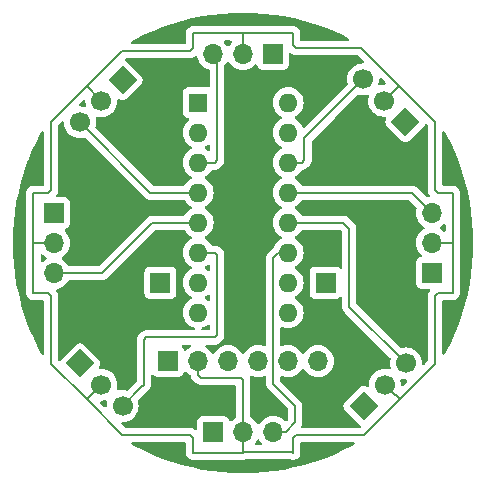
<source format=gbr>
%TF.GenerationSoftware,KiCad,Pcbnew,8.0.5*%
%TF.CreationDate,2024-12-10T18:09:28+10:00*%
%TF.ProjectId,windVane,77696e64-5661-46e6-952e-6b696361645f,rev?*%
%TF.SameCoordinates,Original*%
%TF.FileFunction,Copper,L2,Bot*%
%TF.FilePolarity,Positive*%
%FSLAX46Y46*%
G04 Gerber Fmt 4.6, Leading zero omitted, Abs format (unit mm)*
G04 Created by KiCad (PCBNEW 8.0.5) date 2024-12-10 18:09:28*
%MOMM*%
%LPD*%
G01*
G04 APERTURE LIST*
G04 Aperture macros list*
%AMHorizOval*
0 Thick line with rounded ends*
0 $1 width*
0 $2 $3 position (X,Y) of the first rounded end (center of the circle)*
0 $4 $5 position (X,Y) of the second rounded end (center of the circle)*
0 Add line between two ends*
20,1,$1,$2,$3,$4,$5,0*
0 Add two circle primitives to create the rounded ends*
1,1,$1,$2,$3*
1,1,$1,$4,$5*%
%AMRotRect*
0 Rectangle, with rotation*
0 The origin of the aperture is its center*
0 $1 length*
0 $2 width*
0 $3 Rotation angle, in degrees counterclockwise*
0 Add horizontal line*
21,1,$1,$2,0,0,$3*%
G04 Aperture macros list end*
%TA.AperFunction,ComponentPad*%
%ADD10R,1.700000X1.700000*%
%TD*%
%TA.AperFunction,ComponentPad*%
%ADD11O,1.700000X1.700000*%
%TD*%
%TA.AperFunction,ComponentPad*%
%ADD12RotRect,1.700000X1.700000X135.000000*%
%TD*%
%TA.AperFunction,ComponentPad*%
%ADD13HorizOval,1.700000X0.000000X0.000000X0.000000X0.000000X0*%
%TD*%
%TA.AperFunction,ComponentPad*%
%ADD14RotRect,1.700000X1.700000X225.000000*%
%TD*%
%TA.AperFunction,ComponentPad*%
%ADD15HorizOval,1.700000X0.000000X0.000000X0.000000X0.000000X0*%
%TD*%
%TA.AperFunction,ComponentPad*%
%ADD16R,1.600000X1.600000*%
%TD*%
%TA.AperFunction,ComponentPad*%
%ADD17O,1.600000X1.600000*%
%TD*%
%TA.AperFunction,ComponentPad*%
%ADD18RotRect,1.700000X1.700000X45.000000*%
%TD*%
%TA.AperFunction,ComponentPad*%
%ADD19HorizOval,1.700000X0.000000X0.000000X0.000000X0.000000X0*%
%TD*%
%TA.AperFunction,ComponentPad*%
%ADD20RotRect,1.700000X1.700000X315.000000*%
%TD*%
%TA.AperFunction,ComponentPad*%
%ADD21HorizOval,1.700000X0.000000X0.000000X0.000000X0.000000X0*%
%TD*%
%TA.AperFunction,Conductor*%
%ADD22C,0.200000*%
%TD*%
%ADD23C,0.350000*%
G04 APERTURE END LIST*
D10*
%TO.P,South1,1,Pin_1*%
%TO.N,Vdd*%
X147475000Y-117000000D03*
D11*
%TO.P,South1,2,Pin_2*%
%TO.N,GND*%
X150015000Y-117000000D03*
%TO.P,South1,3,Pin_3*%
%TO.N,South*%
X152555000Y-117000000D03*
%TD*%
D12*
%TO.P,SouthEast1,1,Pin_1*%
%TO.N,Vdd*%
X160203949Y-114796051D03*
D13*
%TO.P,SouthEast1,2,Pin_2*%
%TO.N,GND*%
X162000000Y-113000000D03*
%TO.P,SouthEast1,3,Pin_3*%
%TO.N,SouthEast*%
X163796051Y-111203949D03*
%TD*%
D14*
%TO.P,NorthEast1,1,Pin_1*%
%TO.N,Vdd*%
X163750000Y-90750000D03*
D15*
%TO.P,NorthEast1,2,Pin_2*%
%TO.N,GND*%
X161953949Y-88953949D03*
%TO.P,NorthEast1,3,Pin_3*%
%TO.N,NorthEast*%
X160157898Y-87157898D03*
%TD*%
D10*
%TO.P,West1,1,Pin_1*%
%TO.N,Vdd*%
X134000000Y-98475000D03*
D11*
%TO.P,West1,2,Pin_2*%
%TO.N,GND*%
X134000000Y-101015000D03*
%TO.P,West1,3,Pin_3*%
%TO.N,West*%
X134000000Y-103555000D03*
%TD*%
D16*
%TO.P,SN74HC165,1,Pin_1*%
%TO.N,SH{slash}~{LD}*%
X146200000Y-89125000D03*
D17*
%TO.P,SN74HC165,2,Pin_2*%
%TO.N,CLK*%
X146200000Y-91665000D03*
%TO.P,SN74HC165,3,Pin_3*%
%TO.N,North*%
X146200000Y-94205000D03*
%TO.P,SN74HC165,4,Pin_4*%
%TO.N,NorthWest*%
X146200000Y-96745000D03*
%TO.P,SN74HC165,5,Pin_5*%
%TO.N,West*%
X146200000Y-99285000D03*
%TO.P,SN74HC165,6,Pin_6*%
%TO.N,SouthWest*%
X146200000Y-101825000D03*
%TO.P,SN74HC165,7,Pin_7*%
%TO.N,~{Q}_{h}*%
X146200000Y-104365000D03*
%TO.P,SN74HC165,8,Pin_8*%
%TO.N,GND*%
X146200000Y-106905000D03*
%TO.P,SN74HC165,9,Pin_9*%
%TO.N,Q_{h}*%
X153820000Y-106905000D03*
%TO.P,SN74HC165,10,Pin_10*%
%TO.N,SER*%
X153820000Y-104365000D03*
%TO.P,SN74HC165,11,Pin_11*%
%TO.N,South*%
X153820000Y-101825000D03*
%TO.P,SN74HC165,12,Pin_12*%
%TO.N,SouthEast*%
X153820000Y-99285000D03*
%TO.P,SN74HC165,13,Pin_13*%
%TO.N,East*%
X153820000Y-96745000D03*
%TO.P,SN74HC165,14,Pin_14*%
%TO.N,NorthEast*%
X153820000Y-94205000D03*
%TO.P,SN74HC165,15,Pin_15*%
%TO.N,clkINH*%
X153820000Y-91665000D03*
%TO.P,SN74HC165,16,Pin_16*%
%TO.N,Vdd*%
X153820000Y-89125000D03*
%TD*%
D10*
%TO.P,J1,1,Pin_1*%
%TO.N,~{Q}_{h}*%
X143000000Y-104365000D03*
%TD*%
D18*
%TO.P,SouthWest1,1,Pin_1*%
%TO.N,Vdd*%
X136203949Y-111203949D03*
D19*
%TO.P,SouthWest1,2,Pin_2*%
%TO.N,GND*%
X138000000Y-113000000D03*
%TO.P,SouthWest1,3,Pin_3*%
%TO.N,SouthWest*%
X139796051Y-114796051D03*
%TD*%
D10*
%TO.P,North1,1,Pin_1*%
%TO.N,Vdd*%
X152525000Y-85000000D03*
D11*
%TO.P,North1,2,Pin_2*%
%TO.N,GND*%
X149985000Y-85000000D03*
%TO.P,North1,3,Pin_3*%
%TO.N,North*%
X147445000Y-85000000D03*
%TD*%
D10*
%TO.P,J2,1,Pin_1*%
%TO.N,SER*%
X157000000Y-104365000D03*
%TD*%
%TO.P,East1,1,Pin_1*%
%TO.N,Vdd*%
X166000000Y-103525000D03*
D11*
%TO.P,East1,2,Pin_2*%
%TO.N,GND*%
X166000000Y-100985000D03*
%TO.P,East1,3,Pin_3*%
%TO.N,East*%
X166000000Y-98445000D03*
%TD*%
D20*
%TO.P,NorthWest1,1,Pin_1*%
%TO.N,Vdd*%
X139796051Y-87203949D03*
D21*
%TO.P,NorthWest1,2,Pin_2*%
%TO.N,GND*%
X138000000Y-89000000D03*
%TO.P,NorthWest1,3,Pin_3*%
%TO.N,NorthWest*%
X136203949Y-90796051D03*
%TD*%
D10*
%TO.P,SIG1,1,Pin_1*%
%TO.N,Vdd*%
X143650000Y-111000000D03*
D11*
%TO.P,SIG1,2,Pin_2*%
%TO.N,GND*%
X146190000Y-111000000D03*
%TO.P,SIG1,3,Pin_3*%
%TO.N,CLK*%
X148730000Y-111000000D03*
%TO.P,SIG1,4,Pin_4*%
%TO.N,SH{slash}~{LD}*%
X151270000Y-111000000D03*
%TO.P,SIG1,5,Pin_5*%
%TO.N,clkINH*%
X153810000Y-111000000D03*
%TO.P,SIG1,6,Pin_6*%
%TO.N,Q_{h}*%
X156350000Y-111000000D03*
%TD*%
D22*
%TO.N,East*%
X153820000Y-96745000D02*
X164300000Y-96745000D01*
X164300000Y-96745000D02*
X166000000Y-98445000D01*
%TO.N,GND*%
X133500000Y-105250000D02*
X132250000Y-105250000D01*
X145750000Y-84500000D02*
X145750000Y-83250000D01*
X166250000Y-111250000D02*
X166250000Y-105500000D01*
X162750000Y-113750000D02*
X162000000Y-113000000D01*
X150015000Y-118735000D02*
X154235000Y-118735000D01*
X149985000Y-85000000D02*
X149985000Y-83265000D01*
X166500000Y-105250000D02*
X167750000Y-105250000D01*
X138000000Y-89000000D02*
X136750000Y-87750000D01*
X145500000Y-117250000D02*
X139750000Y-117250000D01*
X133750000Y-111250000D02*
X133750000Y-105500000D01*
X138000000Y-113000000D02*
X136750000Y-114250000D01*
X146190000Y-112200000D02*
X146190000Y-111000000D01*
X132250000Y-101000000D02*
X132265000Y-101015000D01*
X162750000Y-113750000D02*
X163000000Y-114000000D01*
X163203949Y-87703949D02*
X160000000Y-84500000D01*
X166250000Y-90750000D02*
X166250000Y-96500000D01*
X133750000Y-105500000D02*
X133500000Y-105250000D01*
X150000000Y-113000000D02*
X150000000Y-112600000D01*
X139750000Y-84750000D02*
X145500000Y-84750000D01*
X150000000Y-112600000D02*
X149800000Y-112400000D01*
X139750000Y-117250000D02*
X136750000Y-114250000D01*
X150000000Y-83250000D02*
X154250000Y-83250000D01*
X163250000Y-114250000D02*
X166250000Y-111250000D01*
X145750000Y-118750000D02*
X145750000Y-117500000D01*
X145750000Y-117500000D02*
X145500000Y-117250000D01*
X149800000Y-112400000D02*
X146400000Y-112400000D01*
X133750000Y-96500000D02*
X133500000Y-96750000D01*
X145750000Y-83250000D02*
X150000000Y-83250000D01*
X163203949Y-87703949D02*
X166250000Y-90750000D01*
X154250000Y-84250000D02*
X154250000Y-83250000D01*
X154500000Y-117250000D02*
X160250000Y-117250000D01*
X154235000Y-118735000D02*
X154250000Y-118750000D01*
X167750000Y-101000000D02*
X167750000Y-105250000D01*
X166000000Y-100985000D02*
X167735000Y-100985000D01*
X136750000Y-114250000D02*
X133750000Y-111250000D01*
X161953949Y-88953949D02*
X163203949Y-87703949D01*
X166500000Y-96750000D02*
X167750000Y-96750000D01*
X160000000Y-84500000D02*
X154500000Y-84500000D01*
X132250000Y-105250000D02*
X132250000Y-101000000D01*
X145500000Y-84750000D02*
X145750000Y-84500000D01*
X166250000Y-105500000D02*
X166500000Y-105250000D01*
X154250000Y-117500000D02*
X154500000Y-117250000D01*
X160250000Y-117250000D02*
X163250000Y-114250000D01*
X150015000Y-117000000D02*
X150015000Y-113015000D01*
X133500000Y-96750000D02*
X132250000Y-96750000D01*
X167735000Y-100985000D02*
X167750000Y-101000000D01*
X150015000Y-113015000D02*
X150000000Y-113000000D01*
X133750000Y-90750000D02*
X133750000Y-96500000D01*
X150015000Y-117000000D02*
X150015000Y-118735000D01*
X146190000Y-112200000D02*
X146200000Y-112200000D01*
X134000000Y-101015000D02*
X132265000Y-101015000D01*
X154500000Y-84500000D02*
X154250000Y-84250000D01*
X146200000Y-112200000D02*
X146400000Y-112400000D01*
X132250000Y-96750000D02*
X132250000Y-101000000D01*
X149985000Y-83265000D02*
X150000000Y-83250000D01*
X167750000Y-101000000D02*
X167750000Y-96750000D01*
X136750000Y-87750000D02*
X139750000Y-84750000D01*
X150000000Y-118750000D02*
X145750000Y-118750000D01*
X166250000Y-96500000D02*
X166500000Y-96750000D01*
X163000000Y-114000000D02*
X163250000Y-114250000D01*
X136750000Y-87750000D02*
X133750000Y-90750000D01*
X150015000Y-118735000D02*
X150000000Y-118750000D01*
X154250000Y-118750000D02*
X154250000Y-117500000D01*
%TO.N,North*%
X147800000Y-94000000D02*
X147800000Y-85355000D01*
X146200000Y-94205000D02*
X147595000Y-94205000D01*
X147595000Y-94205000D02*
X147800000Y-94000000D01*
X147800000Y-85355000D02*
X147445000Y-85000000D01*
%TO.N,NorthEast*%
X154995000Y-94205000D02*
X153820000Y-94205000D01*
X155200000Y-94000000D02*
X154995000Y-94205000D01*
X155200000Y-92115796D02*
X155200000Y-94000000D01*
X160157898Y-87157898D02*
X155200000Y-92115796D01*
%TO.N,South*%
X153600000Y-117000000D02*
X154400000Y-116200000D01*
X152975000Y-101825000D02*
X153820000Y-101825000D01*
X152555000Y-102245000D02*
X152975000Y-101825000D01*
X152555000Y-112955000D02*
X152555000Y-102245000D01*
X154400000Y-116200000D02*
X154400000Y-114800000D01*
X154400000Y-114800000D02*
X152555000Y-112955000D01*
X152555000Y-117000000D02*
X153600000Y-117000000D01*
%TO.N,SouthEast*%
X159000000Y-106407898D02*
X159000000Y-99800000D01*
X163796051Y-111203949D02*
X159000000Y-106407898D01*
X159000000Y-99800000D02*
X158485000Y-99285000D01*
X158485000Y-99285000D02*
X153820000Y-99285000D01*
%TO.N,SouthWest*%
X147800000Y-108800000D02*
X147600000Y-109000000D01*
X141600000Y-113000000D02*
X141400000Y-113200000D01*
X141400000Y-113200000D02*
X141392102Y-113200000D01*
X147600000Y-109000000D02*
X141800000Y-109000000D01*
X147800000Y-102000000D02*
X147800000Y-108800000D01*
X141600000Y-109200000D02*
X141600000Y-113000000D01*
X146200000Y-101825000D02*
X147625000Y-101825000D01*
X141392102Y-113200000D02*
X139796051Y-114796051D01*
X141800000Y-109000000D02*
X141600000Y-109200000D01*
X147625000Y-101825000D02*
X147800000Y-102000000D01*
%TO.N,West*%
X146200000Y-99285000D02*
X142315000Y-99285000D01*
X142315000Y-99285000D02*
X138045000Y-103555000D01*
X138045000Y-103555000D02*
X134000000Y-103555000D01*
%TO.N,NorthWest*%
X136203949Y-90796051D02*
X136396051Y-90796051D01*
X146200000Y-96745000D02*
X142152898Y-96745000D01*
X142152898Y-96745000D02*
X136203949Y-90796051D01*
%TD*%
%TA.AperFunction,NonConductor*%
G36*
X150872098Y-81520073D02*
G01*
X150877594Y-81520320D01*
X151745187Y-81578814D01*
X151750651Y-81579306D01*
X152614743Y-81676666D01*
X152620207Y-81677406D01*
X153479039Y-81813432D01*
X153484454Y-81814414D01*
X154336342Y-81988839D01*
X154341762Y-81990077D01*
X155184878Y-82202524D01*
X155190242Y-82204004D01*
X156023020Y-82454075D01*
X156028288Y-82455787D01*
X156849026Y-82742977D01*
X156854235Y-82744932D01*
X157661206Y-83068631D01*
X157666323Y-83070818D01*
X157713875Y-83092417D01*
X158457990Y-83430410D01*
X158462965Y-83432806D01*
X158696552Y-83551824D01*
X158918702Y-83665015D01*
X158969498Y-83712990D01*
X158986293Y-83780811D01*
X158963756Y-83846945D01*
X158909041Y-83890397D01*
X158862407Y-83899500D01*
X154974500Y-83899500D01*
X154907461Y-83879815D01*
X154861706Y-83827011D01*
X154850500Y-83775500D01*
X154850500Y-83170945D01*
X154850500Y-83170943D01*
X154809577Y-83018216D01*
X154809573Y-83018209D01*
X154730524Y-82881290D01*
X154730518Y-82881282D01*
X154618717Y-82769481D01*
X154618709Y-82769475D01*
X154481790Y-82690426D01*
X154481786Y-82690424D01*
X154481784Y-82690423D01*
X154329057Y-82649500D01*
X150079057Y-82649500D01*
X145829057Y-82649500D01*
X145670943Y-82649500D01*
X145518216Y-82690423D01*
X145518209Y-82690426D01*
X145381290Y-82769475D01*
X145381282Y-82769481D01*
X145269481Y-82881282D01*
X145269475Y-82881290D01*
X145190426Y-83018209D01*
X145190423Y-83018216D01*
X145149500Y-83170943D01*
X145149500Y-84025500D01*
X145129815Y-84092539D01*
X145077011Y-84138294D01*
X145025500Y-84149500D01*
X140664451Y-84149500D01*
X140597412Y-84129815D01*
X140551657Y-84077011D01*
X140541713Y-84007853D01*
X140570738Y-83944297D01*
X140603256Y-83917652D01*
X140620850Y-83907669D01*
X140757388Y-83830194D01*
X140762259Y-83827572D01*
X141537051Y-83432797D01*
X141541992Y-83430418D01*
X142333679Y-83070816D01*
X142338793Y-83068631D01*
X142464476Y-83018216D01*
X143145769Y-82744930D01*
X143150973Y-82742977D01*
X143971711Y-82455787D01*
X143976966Y-82454079D01*
X144809763Y-82204002D01*
X144815114Y-82202525D01*
X145658252Y-81990073D01*
X145663648Y-81988841D01*
X146515553Y-81814413D01*
X146520952Y-81813433D01*
X147379798Y-81677405D01*
X147385250Y-81676667D01*
X148249352Y-81579306D01*
X148254808Y-81578814D01*
X149122407Y-81520320D01*
X149127899Y-81520073D01*
X149997238Y-81500562D01*
X150002762Y-81500562D01*
X150872098Y-81520073D01*
G37*
%TD.AperFunction*%
%TA.AperFunction,NonConductor*%
G36*
X148992280Y-83870185D02*
G01*
X149038035Y-83922989D01*
X149047979Y-83992147D01*
X149018954Y-84055703D01*
X149012922Y-84062181D01*
X148946505Y-84128597D01*
X148816575Y-84314158D01*
X148761998Y-84357783D01*
X148692500Y-84364977D01*
X148630145Y-84333454D01*
X148613425Y-84314158D01*
X148483494Y-84128597D01*
X148417078Y-84062181D01*
X148383593Y-84000858D01*
X148388577Y-83931166D01*
X148430449Y-83875233D01*
X148495913Y-83850816D01*
X148504759Y-83850500D01*
X148925241Y-83850500D01*
X148992280Y-83870185D01*
G37*
%TD.AperFunction*%
%TA.AperFunction,NonConductor*%
G36*
X161718760Y-87068441D02*
G01*
X161725238Y-87074473D01*
X162037374Y-87386609D01*
X162070859Y-87447932D01*
X162065875Y-87517624D01*
X162024003Y-87573557D01*
X161959330Y-87597678D01*
X161959343Y-87597818D01*
X161958839Y-87597862D01*
X161958539Y-87597974D01*
X161956884Y-87598033D01*
X161718545Y-87618885D01*
X161718532Y-87618888D01*
X161617848Y-87645865D01*
X161547998Y-87644202D01*
X161490136Y-87605038D01*
X161462633Y-87540810D01*
X161465981Y-87493997D01*
X161478324Y-87447932D01*
X161492961Y-87393306D01*
X161513557Y-87157898D01*
X161513557Y-87157897D01*
X161514029Y-87152504D01*
X161516331Y-87152705D01*
X161533242Y-87095115D01*
X161586046Y-87049360D01*
X161655204Y-87039416D01*
X161718760Y-87068441D01*
G37*
%TD.AperFunction*%
%TA.AperFunction,NonConductor*%
G36*
X136563675Y-88888073D02*
G01*
X136619608Y-88929945D01*
X136643730Y-88994618D01*
X136643869Y-88994606D01*
X136643912Y-88995108D01*
X136644025Y-88995409D01*
X136644084Y-88997065D01*
X136664936Y-89235403D01*
X136664939Y-89235416D01*
X136691916Y-89336100D01*
X136690253Y-89405950D01*
X136651090Y-89463812D01*
X136586861Y-89491315D01*
X136540049Y-89487967D01*
X136439365Y-89460990D01*
X136439361Y-89460989D01*
X136439357Y-89460988D01*
X136439355Y-89460987D01*
X136439352Y-89460987D01*
X136198555Y-89439920D01*
X136198756Y-89437617D01*
X136141165Y-89420707D01*
X136095410Y-89367903D01*
X136085466Y-89298745D01*
X136114491Y-89235189D01*
X136120523Y-89228711D01*
X136432660Y-88916574D01*
X136493983Y-88883089D01*
X136563675Y-88888073D01*
G37*
%TD.AperFunction*%
%TA.AperFunction,NonConductor*%
G36*
X147138350Y-92684070D02*
G01*
X147186163Y-92735019D01*
X147199500Y-92790962D01*
X147199500Y-93079037D01*
X147179815Y-93146076D01*
X147127011Y-93191831D01*
X147057853Y-93201775D01*
X147004377Y-93180612D01*
X146852734Y-93074432D01*
X146852728Y-93074429D01*
X146794725Y-93047382D01*
X146742285Y-93001210D01*
X146723133Y-92934017D01*
X146743348Y-92867135D01*
X146794725Y-92822618D01*
X146852734Y-92795568D01*
X147004378Y-92689386D01*
X147070583Y-92667060D01*
X147138350Y-92684070D01*
G37*
%TD.AperFunction*%
%TA.AperFunction,NonConductor*%
G36*
X146037072Y-85164675D02*
G01*
X146093006Y-85206545D01*
X146113515Y-85248764D01*
X146171094Y-85463655D01*
X146171096Y-85463659D01*
X146171097Y-85463663D01*
X146241252Y-85614111D01*
X146270965Y-85677830D01*
X146270967Y-85677834D01*
X146357856Y-85801923D01*
X146406505Y-85871401D01*
X146573599Y-86038495D01*
X146670384Y-86106265D01*
X146767165Y-86174032D01*
X146767167Y-86174033D01*
X146767170Y-86174035D01*
X146981337Y-86273903D01*
X147106774Y-86307513D01*
X147107592Y-86307732D01*
X147167253Y-86344096D01*
X147197783Y-86406943D01*
X147199500Y-86427507D01*
X147199500Y-87702756D01*
X147179815Y-87769795D01*
X147127011Y-87815550D01*
X147062247Y-87826045D01*
X147047873Y-87824500D01*
X147047864Y-87824500D01*
X145352129Y-87824500D01*
X145352123Y-87824501D01*
X145292516Y-87830908D01*
X145157671Y-87881202D01*
X145157664Y-87881206D01*
X145042455Y-87967452D01*
X145042452Y-87967455D01*
X144956206Y-88082664D01*
X144956202Y-88082671D01*
X144905908Y-88217517D01*
X144899501Y-88277116D01*
X144899500Y-88277135D01*
X144899500Y-89972870D01*
X144899501Y-89972876D01*
X144905908Y-90032483D01*
X144956202Y-90167328D01*
X144956206Y-90167335D01*
X145042452Y-90282544D01*
X145042455Y-90282547D01*
X145157664Y-90368793D01*
X145157671Y-90368797D01*
X145200498Y-90384770D01*
X145292517Y-90419091D01*
X145327596Y-90422862D01*
X145392144Y-90449599D01*
X145431993Y-90506991D01*
X145434488Y-90576816D01*
X145398836Y-90636905D01*
X145385464Y-90647725D01*
X145360858Y-90664954D01*
X145199954Y-90825858D01*
X145069432Y-91012265D01*
X145069431Y-91012267D01*
X144973261Y-91218502D01*
X144973258Y-91218511D01*
X144914366Y-91438302D01*
X144914364Y-91438313D01*
X144894532Y-91664998D01*
X144894532Y-91665001D01*
X144914364Y-91891686D01*
X144914366Y-91891697D01*
X144973258Y-92111488D01*
X144973261Y-92111497D01*
X145069431Y-92317732D01*
X145069432Y-92317734D01*
X145199954Y-92504141D01*
X145360858Y-92665045D01*
X145360861Y-92665047D01*
X145547266Y-92795568D01*
X145605275Y-92822618D01*
X145657714Y-92868791D01*
X145676866Y-92935984D01*
X145656650Y-93002865D01*
X145605275Y-93047382D01*
X145547267Y-93074431D01*
X145547265Y-93074432D01*
X145360858Y-93204954D01*
X145199954Y-93365858D01*
X145069432Y-93552265D01*
X145069431Y-93552267D01*
X144973261Y-93758502D01*
X144973258Y-93758511D01*
X144914366Y-93978302D01*
X144914364Y-93978313D01*
X144894532Y-94204998D01*
X144894532Y-94205001D01*
X144914364Y-94431686D01*
X144914366Y-94431697D01*
X144973258Y-94651488D01*
X144973261Y-94651497D01*
X145069431Y-94857732D01*
X145069432Y-94857734D01*
X145199954Y-95044141D01*
X145360858Y-95205045D01*
X145360861Y-95205047D01*
X145547266Y-95335568D01*
X145605275Y-95362618D01*
X145657714Y-95408791D01*
X145676866Y-95475984D01*
X145656650Y-95542865D01*
X145605275Y-95587382D01*
X145547267Y-95614431D01*
X145547265Y-95614432D01*
X145360858Y-95744954D01*
X145199954Y-95905858D01*
X145123450Y-96015118D01*
X145069881Y-96091624D01*
X145015307Y-96135248D01*
X144968308Y-96144500D01*
X142452995Y-96144500D01*
X142385956Y-96124815D01*
X142365314Y-96108181D01*
X137536715Y-91279582D01*
X137503230Y-91218259D01*
X137504621Y-91159808D01*
X137505812Y-91155360D01*
X137539012Y-91031459D01*
X137559608Y-90796051D01*
X137539012Y-90560643D01*
X137512032Y-90459951D01*
X137513695Y-90390101D01*
X137552858Y-90332239D01*
X137617086Y-90304735D01*
X137663900Y-90308083D01*
X137764592Y-90335063D01*
X137952918Y-90351539D01*
X137999999Y-90355659D01*
X138000000Y-90355659D01*
X138000001Y-90355659D01*
X138044805Y-90351739D01*
X138235408Y-90335063D01*
X138463663Y-90273903D01*
X138677830Y-90174035D01*
X138871401Y-90038495D01*
X139038495Y-89871401D01*
X139174035Y-89677830D01*
X139273903Y-89463663D01*
X139335063Y-89235408D01*
X139355659Y-89000000D01*
X139351892Y-88956951D01*
X139365658Y-88888454D01*
X139414272Y-88838271D01*
X139482300Y-88822336D01*
X139526932Y-88833351D01*
X139653591Y-88891195D01*
X139653592Y-88891195D01*
X139653594Y-88891196D01*
X139796051Y-88911677D01*
X139938508Y-88891196D01*
X140069424Y-88831408D01*
X140116107Y-88793789D01*
X141385889Y-87524005D01*
X141423510Y-87477322D01*
X141483298Y-87346406D01*
X141503779Y-87203949D01*
X141483298Y-87061492D01*
X141477757Y-87049360D01*
X141423511Y-86930578D01*
X141423510Y-86930577D01*
X141423510Y-86930576D01*
X141385891Y-86883893D01*
X141385886Y-86883888D01*
X141385882Y-86883883D01*
X140116110Y-85614114D01*
X140116100Y-85614105D01*
X140063384Y-85571622D01*
X140065367Y-85569160D01*
X140028409Y-85528017D01*
X140017233Y-85459048D01*
X140045118Y-85394984D01*
X140103212Y-85356166D01*
X140140266Y-85350500D01*
X145413331Y-85350500D01*
X145413347Y-85350501D01*
X145420943Y-85350501D01*
X145579054Y-85350501D01*
X145579057Y-85350501D01*
X145731785Y-85309577D01*
X145790040Y-85275943D01*
X145868716Y-85230520D01*
X145906060Y-85193175D01*
X145967380Y-85159691D01*
X146037072Y-85164675D01*
G37*
%TD.AperFunction*%
%TA.AperFunction,NonConductor*%
G36*
X159794140Y-88458570D02*
G01*
X159845255Y-88472266D01*
X159922490Y-88492961D01*
X160110816Y-88509437D01*
X160157897Y-88513557D01*
X160157898Y-88513557D01*
X160157899Y-88513557D01*
X160197132Y-88510124D01*
X160393306Y-88492961D01*
X160493997Y-88465981D01*
X160563847Y-88467644D01*
X160621709Y-88506807D01*
X160649213Y-88571035D01*
X160645865Y-88617848D01*
X160618888Y-88718532D01*
X160618885Y-88718545D01*
X160598290Y-88953948D01*
X160598290Y-88953949D01*
X160618885Y-89189352D01*
X160618887Y-89189362D01*
X160680043Y-89417604D01*
X160680045Y-89417608D01*
X160680046Y-89417612D01*
X160779914Y-89631779D01*
X160779916Y-89631783D01*
X160812159Y-89677830D01*
X160915454Y-89825350D01*
X161082548Y-89992444D01*
X161139730Y-90032483D01*
X161276114Y-90127981D01*
X161276116Y-90127982D01*
X161276119Y-90127984D01*
X161490286Y-90227852D01*
X161718541Y-90289012D01*
X161953949Y-90309608D01*
X161996996Y-90305841D01*
X162065493Y-90319606D01*
X162115677Y-90368221D01*
X162131612Y-90436249D01*
X162120597Y-90480880D01*
X162062754Y-90607536D01*
X162062752Y-90607544D01*
X162042272Y-90750000D01*
X162062752Y-90892455D01*
X162062753Y-90892459D01*
X162122539Y-91023370D01*
X162122540Y-91023371D01*
X162122541Y-91023373D01*
X162160160Y-91070056D01*
X162160163Y-91070059D01*
X162160168Y-91070065D01*
X163218923Y-92128817D01*
X163429944Y-92339838D01*
X163429948Y-92339841D01*
X163429950Y-92339843D01*
X163476626Y-92377459D01*
X163607540Y-92437246D01*
X163607541Y-92437246D01*
X163607543Y-92437247D01*
X163750000Y-92457728D01*
X163892457Y-92437247D01*
X164023373Y-92377459D01*
X164070056Y-92339840D01*
X165339838Y-91070056D01*
X165377459Y-91023373D01*
X165396280Y-90982160D01*
X165442033Y-90929357D01*
X165509072Y-90909672D01*
X165576112Y-90929356D01*
X165596751Y-90945986D01*
X165613180Y-90962415D01*
X165646665Y-91023735D01*
X165649500Y-91050097D01*
X165649500Y-96413330D01*
X165649499Y-96413348D01*
X165649499Y-96579054D01*
X165649498Y-96579054D01*
X165649499Y-96579056D01*
X165649499Y-96579057D01*
X165690423Y-96731785D01*
X165690424Y-96731787D01*
X165690423Y-96731787D01*
X165698053Y-96745001D01*
X165698054Y-96745002D01*
X165769477Y-96868712D01*
X165769481Y-96868717D01*
X165806823Y-96906059D01*
X165840308Y-96967382D01*
X165835324Y-97037074D01*
X165793452Y-97093007D01*
X165751235Y-97113515D01*
X165636242Y-97144327D01*
X165566392Y-97142664D01*
X165516468Y-97112233D01*
X164787590Y-96383355D01*
X164787588Y-96383352D01*
X164668717Y-96264481D01*
X164668716Y-96264480D01*
X164581904Y-96214360D01*
X164581904Y-96214359D01*
X164581900Y-96214358D01*
X164531785Y-96185423D01*
X164379057Y-96144499D01*
X164220943Y-96144499D01*
X164213347Y-96144499D01*
X164213331Y-96144500D01*
X155051692Y-96144500D01*
X154984653Y-96124815D01*
X154950119Y-96091625D01*
X154820047Y-95905861D01*
X154820045Y-95905858D01*
X154659141Y-95744954D01*
X154472734Y-95614432D01*
X154472728Y-95614429D01*
X154414725Y-95587382D01*
X154362285Y-95541210D01*
X154343133Y-95474017D01*
X154363348Y-95407135D01*
X154414725Y-95362618D01*
X154472734Y-95335568D01*
X154659139Y-95205047D01*
X154820047Y-95044139D01*
X154950117Y-94858377D01*
X155004693Y-94814753D01*
X155051692Y-94805501D01*
X155074054Y-94805501D01*
X155074057Y-94805501D01*
X155226785Y-94764577D01*
X155276904Y-94735639D01*
X155363716Y-94685520D01*
X155475520Y-94573716D01*
X155475520Y-94573714D01*
X155680520Y-94368716D01*
X155759577Y-94231784D01*
X155800501Y-94079057D01*
X155800501Y-93920942D01*
X155800501Y-93913347D01*
X155800500Y-93913329D01*
X155800500Y-92415893D01*
X155820185Y-92348854D01*
X155836819Y-92328212D01*
X157745942Y-90419089D01*
X159674368Y-88490662D01*
X159735689Y-88457179D01*
X159794140Y-88458570D01*
G37*
%TD.AperFunction*%
%TA.AperFunction,NonConductor*%
G36*
X167068834Y-99388576D02*
G01*
X167124767Y-99430448D01*
X167149184Y-99495912D01*
X167149500Y-99504758D01*
X167149500Y-99925241D01*
X167129815Y-99992280D01*
X167077011Y-100038035D01*
X167007853Y-100047979D01*
X166944297Y-100018954D01*
X166937819Y-100012923D01*
X166917176Y-99992280D01*
X166871401Y-99946505D01*
X166871397Y-99946502D01*
X166871396Y-99946501D01*
X166685842Y-99816575D01*
X166642217Y-99761998D01*
X166635023Y-99692500D01*
X166666546Y-99630145D01*
X166685842Y-99613425D01*
X166831124Y-99511697D01*
X166871401Y-99483495D01*
X166937819Y-99417077D01*
X166999142Y-99383592D01*
X167068834Y-99388576D01*
G37*
%TD.AperFunction*%
%TA.AperFunction,NonConductor*%
G36*
X133055703Y-101981045D02*
G01*
X133062181Y-101987077D01*
X133128597Y-102053493D01*
X133128603Y-102053498D01*
X133314158Y-102183425D01*
X133357783Y-102238002D01*
X133364977Y-102307500D01*
X133333454Y-102369855D01*
X133314158Y-102386575D01*
X133128597Y-102516505D01*
X133062181Y-102582922D01*
X133000858Y-102616407D01*
X132931166Y-102611423D01*
X132875233Y-102569551D01*
X132850816Y-102504087D01*
X132850500Y-102495241D01*
X132850500Y-102074758D01*
X132870185Y-102007719D01*
X132922989Y-101961964D01*
X132992147Y-101952020D01*
X133055703Y-101981045D01*
G37*
%TD.AperFunction*%
%TA.AperFunction,NonConductor*%
G36*
X134767624Y-90684125D02*
G01*
X134823557Y-90725997D01*
X134847678Y-90790669D01*
X134847818Y-90790657D01*
X134847862Y-90791160D01*
X134847974Y-90791461D01*
X134848033Y-90793115D01*
X134868885Y-91031454D01*
X134868887Y-91031464D01*
X134930043Y-91259706D01*
X134930045Y-91259710D01*
X134930046Y-91259714D01*
X134932074Y-91264062D01*
X135029914Y-91473881D01*
X135029916Y-91473885D01*
X135097734Y-91570738D01*
X135165454Y-91667452D01*
X135332548Y-91834546D01*
X135414152Y-91891686D01*
X135526114Y-91970083D01*
X135526116Y-91970084D01*
X135526119Y-91970086D01*
X135740286Y-92069954D01*
X135968541Y-92131114D01*
X136156867Y-92147590D01*
X136203948Y-92151710D01*
X136203949Y-92151710D01*
X136203950Y-92151710D01*
X136243183Y-92148277D01*
X136439357Y-92131114D01*
X136567706Y-92096723D01*
X136637555Y-92098386D01*
X136687480Y-92128817D01*
X141668037Y-97109374D01*
X141668047Y-97109385D01*
X141672377Y-97113715D01*
X141672378Y-97113716D01*
X141784182Y-97225520D01*
X141784184Y-97225521D01*
X141784188Y-97225524D01*
X141856811Y-97267452D01*
X141921114Y-97304577D01*
X142032917Y-97334534D01*
X142073840Y-97345500D01*
X142073841Y-97345500D01*
X144968308Y-97345500D01*
X145035347Y-97365185D01*
X145069880Y-97398374D01*
X145153304Y-97517517D01*
X145199954Y-97584141D01*
X145360858Y-97745045D01*
X145360861Y-97745047D01*
X145547266Y-97875568D01*
X145605275Y-97902618D01*
X145657714Y-97948791D01*
X145676866Y-98015984D01*
X145656650Y-98082865D01*
X145605275Y-98127382D01*
X145547267Y-98154431D01*
X145547265Y-98154432D01*
X145360858Y-98284954D01*
X145199954Y-98445858D01*
X145123450Y-98555118D01*
X145069881Y-98631624D01*
X145015307Y-98675248D01*
X144968308Y-98684500D01*
X142401669Y-98684500D01*
X142401653Y-98684499D01*
X142394057Y-98684499D01*
X142235943Y-98684499D01*
X142128587Y-98713265D01*
X142083210Y-98725424D01*
X142083209Y-98725425D01*
X142033096Y-98754359D01*
X142033095Y-98754360D01*
X141989689Y-98779420D01*
X141946285Y-98804479D01*
X141946282Y-98804481D01*
X141842109Y-98908655D01*
X141834480Y-98916284D01*
X141834478Y-98916286D01*
X139829822Y-100920943D01*
X137832584Y-102918181D01*
X137771261Y-102951666D01*
X137744903Y-102954500D01*
X135289091Y-102954500D01*
X135222052Y-102934815D01*
X135176711Y-102882909D01*
X135174037Y-102877175D01*
X135174034Y-102877170D01*
X135154580Y-102849387D01*
X135116002Y-102794290D01*
X135038494Y-102683597D01*
X134871402Y-102516506D01*
X134871396Y-102516501D01*
X134685842Y-102386575D01*
X134642217Y-102331998D01*
X134635023Y-102262500D01*
X134666546Y-102200145D01*
X134685842Y-102183425D01*
X134720674Y-102159035D01*
X134871401Y-102053495D01*
X135038495Y-101886401D01*
X135174035Y-101692830D01*
X135273903Y-101478663D01*
X135335063Y-101250408D01*
X135355659Y-101015000D01*
X135335063Y-100779592D01*
X135275148Y-100555984D01*
X135273905Y-100551344D01*
X135273904Y-100551343D01*
X135273903Y-100551337D01*
X135174035Y-100337171D01*
X135153027Y-100307169D01*
X135038496Y-100143600D01*
X134987868Y-100092972D01*
X134916567Y-100021671D01*
X134883084Y-99960351D01*
X134888068Y-99890659D01*
X134929939Y-99834725D01*
X134960915Y-99817810D01*
X135092331Y-99768796D01*
X135207546Y-99682546D01*
X135293796Y-99567331D01*
X135344091Y-99432483D01*
X135350500Y-99372873D01*
X135350499Y-97577128D01*
X135344091Y-97517517D01*
X135343344Y-97515515D01*
X135293797Y-97382671D01*
X135293793Y-97382664D01*
X135207547Y-97267455D01*
X135207544Y-97267452D01*
X135092335Y-97181206D01*
X135092328Y-97181202D01*
X134957482Y-97130908D01*
X134957483Y-97130908D01*
X134897883Y-97124501D01*
X134897881Y-97124500D01*
X134897873Y-97124500D01*
X134897865Y-97124500D01*
X134274098Y-97124500D01*
X134207059Y-97104815D01*
X134161304Y-97052011D01*
X134151360Y-96982853D01*
X134180385Y-96919297D01*
X134186417Y-96912819D01*
X134193177Y-96906059D01*
X134230520Y-96868716D01*
X134309577Y-96731784D01*
X134350500Y-96579057D01*
X134350500Y-91050097D01*
X134370185Y-90983058D01*
X134386819Y-90962416D01*
X134636609Y-90712626D01*
X134697932Y-90679141D01*
X134767624Y-90684125D01*
G37*
%TD.AperFunction*%
%TA.AperFunction,NonConductor*%
G36*
X147138350Y-102844070D02*
G01*
X147186163Y-102895019D01*
X147199500Y-102950962D01*
X147199500Y-103239037D01*
X147179815Y-103306076D01*
X147127011Y-103351831D01*
X147057853Y-103361775D01*
X147004377Y-103340612D01*
X146852734Y-103234432D01*
X146852728Y-103234429D01*
X146794725Y-103207382D01*
X146742285Y-103161210D01*
X146723133Y-103094017D01*
X146743348Y-103027135D01*
X146794725Y-102982618D01*
X146852734Y-102955568D01*
X147004378Y-102849386D01*
X147070583Y-102827060D01*
X147138350Y-102844070D01*
G37*
%TD.AperFunction*%
%TA.AperFunction,NonConductor*%
G36*
X147138350Y-105384070D02*
G01*
X147186163Y-105435019D01*
X147199500Y-105490962D01*
X147199500Y-105779037D01*
X147179815Y-105846076D01*
X147127011Y-105891831D01*
X147057853Y-105901775D01*
X147004377Y-105880612D01*
X146852734Y-105774432D01*
X146852728Y-105774429D01*
X146794725Y-105747382D01*
X146742285Y-105701210D01*
X146723133Y-105634017D01*
X146743348Y-105567135D01*
X146794725Y-105522618D01*
X146852734Y-105495568D01*
X147004378Y-105389386D01*
X147070583Y-105367060D01*
X147138350Y-105384070D01*
G37*
%TD.AperFunction*%
%TA.AperFunction,NonConductor*%
G36*
X147138350Y-107924070D02*
G01*
X147186163Y-107975019D01*
X147199500Y-108030962D01*
X147199500Y-108275500D01*
X147179815Y-108342539D01*
X147127011Y-108388294D01*
X147075500Y-108399500D01*
X146589072Y-108399500D01*
X146522033Y-108379815D01*
X146476278Y-108327011D01*
X146466334Y-108257853D01*
X146495359Y-108194297D01*
X146554137Y-108156523D01*
X146556979Y-108155725D01*
X146596990Y-108145003D01*
X146646496Y-108131739D01*
X146852734Y-108035568D01*
X147004378Y-107929386D01*
X147070583Y-107907060D01*
X147138350Y-107924070D01*
G37*
%TD.AperFunction*%
%TA.AperFunction,NonConductor*%
G36*
X145507929Y-109620185D02*
G01*
X145553684Y-109672989D01*
X145563628Y-109742147D01*
X145534603Y-109805703D01*
X145512013Y-109826075D01*
X145318600Y-109961503D01*
X145196673Y-110083430D01*
X145135350Y-110116914D01*
X145065658Y-110111930D01*
X145009725Y-110070058D01*
X144992810Y-110039081D01*
X144943797Y-109907671D01*
X144943793Y-109907664D01*
X144862305Y-109798811D01*
X144837887Y-109733347D01*
X144852738Y-109665074D01*
X144902143Y-109615668D01*
X144961571Y-109600500D01*
X145440890Y-109600500D01*
X145507929Y-109620185D01*
G37*
%TD.AperFunction*%
%TA.AperFunction,NonConductor*%
G36*
X154080702Y-84930384D02*
G01*
X154087180Y-84936416D01*
X154131284Y-84980520D01*
X154131286Y-84980521D01*
X154131290Y-84980524D01*
X154206762Y-85024097D01*
X154268216Y-85059577D01*
X154380019Y-85089534D01*
X154420942Y-85100500D01*
X154420943Y-85100500D01*
X159699903Y-85100500D01*
X159766942Y-85120185D01*
X159787584Y-85136819D01*
X160241323Y-85590558D01*
X160274808Y-85651881D01*
X160269824Y-85721573D01*
X160227952Y-85777506D01*
X160163279Y-85801627D01*
X160163292Y-85801767D01*
X160162788Y-85801811D01*
X160162488Y-85801923D01*
X160160833Y-85801982D01*
X159922494Y-85822834D01*
X159922484Y-85822836D01*
X159694242Y-85883992D01*
X159694235Y-85883994D01*
X159694235Y-85883995D01*
X159680714Y-85890299D01*
X159480069Y-85983862D01*
X159480067Y-85983863D01*
X159286495Y-86119403D01*
X159119403Y-86286495D01*
X158983863Y-86480067D01*
X158983862Y-86480069D01*
X158883996Y-86694233D01*
X158883992Y-86694242D01*
X158822836Y-86922484D01*
X158822834Y-86922494D01*
X158802239Y-87157897D01*
X158802239Y-87157898D01*
X158822834Y-87393301D01*
X158822836Y-87393311D01*
X158857225Y-87521653D01*
X158855562Y-87591503D01*
X158825131Y-87641427D01*
X155235982Y-91230577D01*
X155174659Y-91264062D01*
X155104967Y-91259078D01*
X155049034Y-91217206D01*
X155035919Y-91195301D01*
X154977516Y-91070056D01*
X154950568Y-91012266D01*
X154820047Y-90825861D01*
X154820045Y-90825858D01*
X154659141Y-90664954D01*
X154472734Y-90534432D01*
X154472728Y-90534429D01*
X154414725Y-90507382D01*
X154362285Y-90461210D01*
X154343133Y-90394017D01*
X154363348Y-90327135D01*
X154414725Y-90282618D01*
X154472734Y-90255568D01*
X154659139Y-90125047D01*
X154820047Y-89964139D01*
X154950568Y-89777734D01*
X155046739Y-89571496D01*
X155105635Y-89351692D01*
X155125468Y-89125000D01*
X155105635Y-88898308D01*
X155046739Y-88678504D01*
X154950568Y-88472266D01*
X154820047Y-88285861D01*
X154820045Y-88285858D01*
X154659141Y-88124954D01*
X154472734Y-87994432D01*
X154472732Y-87994431D01*
X154266497Y-87898261D01*
X154266488Y-87898258D01*
X154046697Y-87839366D01*
X154046693Y-87839365D01*
X154046692Y-87839365D01*
X154046691Y-87839364D01*
X154046686Y-87839364D01*
X153820002Y-87819532D01*
X153819998Y-87819532D01*
X153593313Y-87839364D01*
X153593302Y-87839366D01*
X153373511Y-87898258D01*
X153373502Y-87898261D01*
X153167267Y-87994431D01*
X153167265Y-87994432D01*
X152980858Y-88124954D01*
X152819954Y-88285858D01*
X152689432Y-88472265D01*
X152689431Y-88472267D01*
X152593261Y-88678502D01*
X152593258Y-88678511D01*
X152534366Y-88898302D01*
X152534364Y-88898313D01*
X152514532Y-89124998D01*
X152514532Y-89125001D01*
X152534364Y-89351686D01*
X152534366Y-89351697D01*
X152593258Y-89571488D01*
X152593261Y-89571497D01*
X152689431Y-89777732D01*
X152689432Y-89777734D01*
X152819954Y-89964141D01*
X152980858Y-90125045D01*
X153027693Y-90157839D01*
X153167266Y-90255568D01*
X153225275Y-90282618D01*
X153277714Y-90328791D01*
X153296866Y-90395984D01*
X153276650Y-90462865D01*
X153225275Y-90507382D01*
X153167267Y-90534431D01*
X153167265Y-90534432D01*
X152980858Y-90664954D01*
X152819954Y-90825858D01*
X152689432Y-91012265D01*
X152689431Y-91012267D01*
X152593261Y-91218502D01*
X152593258Y-91218511D01*
X152534366Y-91438302D01*
X152534364Y-91438313D01*
X152514532Y-91664998D01*
X152514532Y-91665001D01*
X152534364Y-91891686D01*
X152534366Y-91891697D01*
X152593258Y-92111488D01*
X152593261Y-92111497D01*
X152689431Y-92317732D01*
X152689432Y-92317734D01*
X152819954Y-92504141D01*
X152980858Y-92665045D01*
X152980861Y-92665047D01*
X153167266Y-92795568D01*
X153225275Y-92822618D01*
X153277714Y-92868791D01*
X153296866Y-92935984D01*
X153276650Y-93002865D01*
X153225275Y-93047382D01*
X153167267Y-93074431D01*
X153167265Y-93074432D01*
X152980858Y-93204954D01*
X152819954Y-93365858D01*
X152689432Y-93552265D01*
X152689431Y-93552267D01*
X152593261Y-93758502D01*
X152593258Y-93758511D01*
X152534366Y-93978302D01*
X152534364Y-93978313D01*
X152514532Y-94204998D01*
X152514532Y-94205001D01*
X152534364Y-94431686D01*
X152534366Y-94431697D01*
X152593258Y-94651488D01*
X152593261Y-94651497D01*
X152689431Y-94857732D01*
X152689432Y-94857734D01*
X152819954Y-95044141D01*
X152980858Y-95205045D01*
X152980861Y-95205047D01*
X153167266Y-95335568D01*
X153225275Y-95362618D01*
X153277714Y-95408791D01*
X153296866Y-95475984D01*
X153276650Y-95542865D01*
X153225275Y-95587382D01*
X153167267Y-95614431D01*
X153167265Y-95614432D01*
X152980858Y-95744954D01*
X152819954Y-95905858D01*
X152689432Y-96092265D01*
X152689431Y-96092267D01*
X152593261Y-96298502D01*
X152593258Y-96298511D01*
X152534366Y-96518302D01*
X152534364Y-96518313D01*
X152514532Y-96744998D01*
X152514532Y-96745001D01*
X152534364Y-96971686D01*
X152534366Y-96971697D01*
X152593258Y-97191488D01*
X152593261Y-97191497D01*
X152689431Y-97397732D01*
X152689432Y-97397734D01*
X152819954Y-97584141D01*
X152980858Y-97745045D01*
X152980861Y-97745047D01*
X153167266Y-97875568D01*
X153225275Y-97902618D01*
X153277714Y-97948791D01*
X153296866Y-98015984D01*
X153276650Y-98082865D01*
X153225275Y-98127382D01*
X153167267Y-98154431D01*
X153167265Y-98154432D01*
X152980858Y-98284954D01*
X152819954Y-98445858D01*
X152689432Y-98632265D01*
X152689431Y-98632267D01*
X152593261Y-98838502D01*
X152593258Y-98838511D01*
X152534366Y-99058302D01*
X152534364Y-99058313D01*
X152514532Y-99284998D01*
X152514532Y-99285001D01*
X152534364Y-99511686D01*
X152534366Y-99511697D01*
X152593258Y-99731488D01*
X152593261Y-99731497D01*
X152689431Y-99937732D01*
X152689432Y-99937734D01*
X152819954Y-100124141D01*
X152980858Y-100285045D01*
X152980861Y-100285047D01*
X153167266Y-100415568D01*
X153225275Y-100442618D01*
X153277714Y-100488791D01*
X153296866Y-100555984D01*
X153276650Y-100622865D01*
X153225275Y-100667382D01*
X153167267Y-100694431D01*
X153167265Y-100694432D01*
X152980858Y-100824954D01*
X152819954Y-100985858D01*
X152689430Y-101172268D01*
X152620851Y-101319336D01*
X152596150Y-101354612D01*
X152179217Y-101771546D01*
X152179214Y-101771548D01*
X152179215Y-101771549D01*
X152074478Y-101876286D01*
X152048696Y-101920943D01*
X152033623Y-101947051D01*
X151995423Y-102013215D01*
X151954499Y-102165943D01*
X151954499Y-102165945D01*
X151954499Y-102334046D01*
X151954500Y-102334059D01*
X151954500Y-109634434D01*
X151934815Y-109701473D01*
X151882011Y-109747228D01*
X151812853Y-109757172D01*
X151778096Y-109746816D01*
X151733669Y-109726099D01*
X151733655Y-109726094D01*
X151505413Y-109664938D01*
X151505403Y-109664936D01*
X151270001Y-109644341D01*
X151269999Y-109644341D01*
X151034596Y-109664936D01*
X151034586Y-109664938D01*
X150806344Y-109726094D01*
X150806335Y-109726098D01*
X150592171Y-109825964D01*
X150592169Y-109825965D01*
X150398597Y-109961505D01*
X150231505Y-110128597D01*
X150101575Y-110314158D01*
X150046998Y-110357783D01*
X149977500Y-110364977D01*
X149915145Y-110333454D01*
X149898425Y-110314158D01*
X149768494Y-110128597D01*
X149601402Y-109961506D01*
X149601395Y-109961501D01*
X149407834Y-109825967D01*
X149407830Y-109825965D01*
X149349598Y-109798811D01*
X149193663Y-109726097D01*
X149193659Y-109726096D01*
X149193655Y-109726094D01*
X148965413Y-109664938D01*
X148965403Y-109664936D01*
X148730001Y-109644341D01*
X148729999Y-109644341D01*
X148494596Y-109664936D01*
X148494586Y-109664938D01*
X148266344Y-109726094D01*
X148266335Y-109726098D01*
X148052171Y-109825964D01*
X148052169Y-109825965D01*
X147858597Y-109961505D01*
X147691505Y-110128597D01*
X147561575Y-110314158D01*
X147506998Y-110357783D01*
X147437500Y-110364977D01*
X147375145Y-110333454D01*
X147358425Y-110314158D01*
X147228494Y-110128597D01*
X147061402Y-109961506D01*
X147061396Y-109961501D01*
X146867987Y-109826075D01*
X146824362Y-109771498D01*
X146817168Y-109702000D01*
X146848691Y-109639645D01*
X146908921Y-109604231D01*
X146939110Y-109600500D01*
X147513331Y-109600500D01*
X147513347Y-109600501D01*
X147520943Y-109600501D01*
X147679054Y-109600501D01*
X147679057Y-109600501D01*
X147831785Y-109559577D01*
X147906046Y-109516702D01*
X147968716Y-109480520D01*
X148080520Y-109368716D01*
X148080520Y-109368715D01*
X148097948Y-109351287D01*
X148097953Y-109351280D01*
X148280520Y-109168716D01*
X148359577Y-109031784D01*
X148400501Y-108879057D01*
X148400501Y-108720942D01*
X148400501Y-108713347D01*
X148400500Y-108713329D01*
X148400500Y-101920943D01*
X148396771Y-101907029D01*
X148396770Y-101907024D01*
X148365987Y-101792139D01*
X148365987Y-101792138D01*
X148360470Y-101771549D01*
X148359577Y-101768216D01*
X148359575Y-101768213D01*
X148359574Y-101768209D01*
X148280524Y-101631290D01*
X148280521Y-101631286D01*
X148280520Y-101631284D01*
X148168716Y-101519480D01*
X148168715Y-101519479D01*
X148164385Y-101515149D01*
X148164374Y-101515139D01*
X148112590Y-101463355D01*
X148112588Y-101463352D01*
X147993717Y-101344481D01*
X147993716Y-101344480D01*
X147906904Y-101294360D01*
X147906904Y-101294359D01*
X147906900Y-101294358D01*
X147856785Y-101265423D01*
X147704057Y-101224499D01*
X147545943Y-101224499D01*
X147538347Y-101224499D01*
X147538331Y-101224500D01*
X147431692Y-101224500D01*
X147364653Y-101204815D01*
X147330119Y-101171625D01*
X147200047Y-100985861D01*
X147200045Y-100985858D01*
X147039141Y-100824954D01*
X146852734Y-100694432D01*
X146852728Y-100694429D01*
X146794725Y-100667382D01*
X146742285Y-100621210D01*
X146723133Y-100554017D01*
X146743348Y-100487135D01*
X146794725Y-100442618D01*
X146852734Y-100415568D01*
X147039139Y-100285047D01*
X147200047Y-100124139D01*
X147330568Y-99937734D01*
X147426739Y-99731496D01*
X147485635Y-99511692D01*
X147505468Y-99285000D01*
X147502345Y-99249309D01*
X147485635Y-99058313D01*
X147485635Y-99058308D01*
X147426739Y-98838504D01*
X147330568Y-98632266D01*
X147200047Y-98445861D01*
X147200045Y-98445858D01*
X147039141Y-98284954D01*
X146852734Y-98154432D01*
X146852728Y-98154429D01*
X146794725Y-98127382D01*
X146742285Y-98081210D01*
X146723133Y-98014017D01*
X146743348Y-97947135D01*
X146794725Y-97902618D01*
X146852734Y-97875568D01*
X147039139Y-97745047D01*
X147200047Y-97584139D01*
X147330568Y-97397734D01*
X147426739Y-97191496D01*
X147485635Y-96971692D01*
X147505468Y-96745000D01*
X147485635Y-96518308D01*
X147426739Y-96298504D01*
X147330568Y-96092266D01*
X147200047Y-95905861D01*
X147200045Y-95905858D01*
X147039141Y-95744954D01*
X146852734Y-95614432D01*
X146852728Y-95614429D01*
X146794725Y-95587382D01*
X146742285Y-95541210D01*
X146723133Y-95474017D01*
X146743348Y-95407135D01*
X146794725Y-95362618D01*
X146852734Y-95335568D01*
X147039139Y-95205047D01*
X147200047Y-95044139D01*
X147330118Y-94858375D01*
X147384693Y-94814752D01*
X147431692Y-94805500D01*
X147508331Y-94805500D01*
X147508347Y-94805501D01*
X147515943Y-94805501D01*
X147674054Y-94805501D01*
X147674057Y-94805501D01*
X147826785Y-94764577D01*
X147876904Y-94735639D01*
X147963716Y-94685520D01*
X148075520Y-94573716D01*
X148075520Y-94573714D01*
X148280520Y-94368716D01*
X148359577Y-94231784D01*
X148400501Y-94079057D01*
X148400501Y-93920942D01*
X148400501Y-93913347D01*
X148400500Y-93913329D01*
X148400500Y-86005758D01*
X148420185Y-85938719D01*
X148436819Y-85918077D01*
X148457032Y-85897864D01*
X148483495Y-85871401D01*
X148613425Y-85685842D01*
X148668002Y-85642217D01*
X148737500Y-85635023D01*
X148799855Y-85666546D01*
X148816575Y-85685842D01*
X148946500Y-85871395D01*
X148946505Y-85871401D01*
X149113599Y-86038495D01*
X149210384Y-86106265D01*
X149307165Y-86174032D01*
X149307167Y-86174033D01*
X149307170Y-86174035D01*
X149521337Y-86273903D01*
X149521343Y-86273904D01*
X149521344Y-86273905D01*
X149568339Y-86286497D01*
X149749592Y-86335063D01*
X149926034Y-86350500D01*
X149984999Y-86355659D01*
X149985000Y-86355659D01*
X149985001Y-86355659D01*
X150043966Y-86350500D01*
X150220408Y-86335063D01*
X150448663Y-86273903D01*
X150662830Y-86174035D01*
X150856401Y-86038495D01*
X150978329Y-85916566D01*
X151039648Y-85883084D01*
X151109340Y-85888068D01*
X151165274Y-85929939D01*
X151182189Y-85960917D01*
X151231202Y-86092328D01*
X151231206Y-86092335D01*
X151317452Y-86207544D01*
X151317455Y-86207547D01*
X151432664Y-86293793D01*
X151432671Y-86293797D01*
X151567517Y-86344091D01*
X151567516Y-86344091D01*
X151574444Y-86344835D01*
X151627127Y-86350500D01*
X153422872Y-86350499D01*
X153482483Y-86344091D01*
X153617331Y-86293796D01*
X153732546Y-86207546D01*
X153818796Y-86092331D01*
X153869091Y-85957483D01*
X153875500Y-85897873D01*
X153875499Y-85024096D01*
X153895183Y-84957058D01*
X153947987Y-84911303D01*
X154017146Y-84901359D01*
X154080702Y-84930384D01*
G37*
%TD.AperFunction*%
%TA.AperFunction,NonConductor*%
G36*
X133101421Y-91566410D02*
G01*
X133142374Y-91623019D01*
X133149500Y-91664451D01*
X133149500Y-96025500D01*
X133129815Y-96092539D01*
X133077011Y-96138294D01*
X133025500Y-96149500D01*
X132170943Y-96149500D01*
X132018216Y-96190423D01*
X132018209Y-96190426D01*
X131881290Y-96269475D01*
X131881282Y-96269481D01*
X131769481Y-96381282D01*
X131769475Y-96381290D01*
X131690426Y-96518209D01*
X131690423Y-96518216D01*
X131649500Y-96670943D01*
X131649500Y-100913330D01*
X131649499Y-100913348D01*
X131649499Y-101089046D01*
X131649500Y-101089059D01*
X131649500Y-105170943D01*
X131649500Y-105329057D01*
X131677893Y-105435019D01*
X131690423Y-105481783D01*
X131690426Y-105481790D01*
X131769475Y-105618709D01*
X131769479Y-105618714D01*
X131769480Y-105618716D01*
X131881284Y-105730520D01*
X131881286Y-105730521D01*
X131881290Y-105730524D01*
X131971611Y-105782670D01*
X132018216Y-105809577D01*
X132170943Y-105850500D01*
X133025500Y-105850500D01*
X133092539Y-105870185D01*
X133138294Y-105922989D01*
X133149500Y-105974500D01*
X133149500Y-110335548D01*
X133129815Y-110402587D01*
X133077011Y-110448342D01*
X133007853Y-110458286D01*
X132944297Y-110429261D01*
X132917652Y-110396743D01*
X132830202Y-110242625D01*
X132827565Y-110237725D01*
X132721680Y-110029914D01*
X132432806Y-109462965D01*
X132430410Y-109457990D01*
X132094963Y-108719480D01*
X132070818Y-108666323D01*
X132068631Y-108661206D01*
X131744932Y-107854235D01*
X131742977Y-107849026D01*
X131455787Y-107028288D01*
X131454075Y-107023020D01*
X131222629Y-106252266D01*
X131204004Y-106190242D01*
X131202524Y-106184878D01*
X131080650Y-105701210D01*
X130990075Y-105341756D01*
X130988838Y-105336337D01*
X130814414Y-104484454D01*
X130813432Y-104479039D01*
X130677406Y-103620207D01*
X130676666Y-103614743D01*
X130579306Y-102750651D01*
X130578814Y-102745187D01*
X130520320Y-101877594D01*
X130520073Y-101872098D01*
X130500562Y-101002762D01*
X130500562Y-100997218D01*
X130500817Y-100985858D01*
X130520073Y-100127899D01*
X130520320Y-100122407D01*
X130578814Y-99254808D01*
X130579306Y-99249352D01*
X130676667Y-98385250D01*
X130677405Y-98379798D01*
X130813433Y-97520952D01*
X130814413Y-97515553D01*
X130988841Y-96663648D01*
X130990077Y-96658237D01*
X131010030Y-96579055D01*
X131202525Y-95815114D01*
X131204004Y-95809757D01*
X131454079Y-94976966D01*
X131455787Y-94971711D01*
X131742977Y-94150973D01*
X131744932Y-94145764D01*
X131835115Y-93920942D01*
X132068632Y-93338789D01*
X132070818Y-93333676D01*
X132430418Y-92541992D01*
X132432797Y-92537051D01*
X132827572Y-91762259D01*
X132830202Y-91757374D01*
X132917652Y-91603256D01*
X132967857Y-91554663D01*
X133036364Y-91540928D01*
X133101421Y-91566410D01*
G37*
%TD.AperFunction*%
%TA.AperFunction,NonConductor*%
G36*
X167055703Y-91570738D02*
G01*
X167082348Y-91603256D01*
X167169797Y-91757374D01*
X167172434Y-91762274D01*
X167567184Y-92537015D01*
X167569598Y-92542029D01*
X167929181Y-93333676D01*
X167931368Y-93338793D01*
X168255067Y-94145764D01*
X168257022Y-94150973D01*
X168544212Y-94971711D01*
X168545932Y-94977004D01*
X168795995Y-95809757D01*
X168797475Y-95815121D01*
X169009922Y-96658237D01*
X169011161Y-96663662D01*
X169185579Y-97515515D01*
X169186572Y-97520990D01*
X169322589Y-98379767D01*
X169323336Y-98385281D01*
X169420689Y-99249309D01*
X169421188Y-99254852D01*
X169479677Y-100122373D01*
X169479927Y-100127932D01*
X169499437Y-100997218D01*
X169499437Y-101002782D01*
X169479927Y-101872067D01*
X169479677Y-101877626D01*
X169421188Y-102745147D01*
X169420689Y-102750690D01*
X169323336Y-103614718D01*
X169322589Y-103620232D01*
X169186572Y-104479009D01*
X169185579Y-104484484D01*
X169011161Y-105336337D01*
X169009922Y-105341762D01*
X168797475Y-106184878D01*
X168795995Y-106190242D01*
X168545932Y-107022995D01*
X168544212Y-107028288D01*
X168257022Y-107849026D01*
X168255067Y-107854235D01*
X167931368Y-108661206D01*
X167929181Y-108666323D01*
X167569598Y-109457970D01*
X167567184Y-109462984D01*
X167172434Y-110237725D01*
X167169797Y-110242625D01*
X167082348Y-110396743D01*
X167032143Y-110445335D01*
X166963637Y-110459071D01*
X166898580Y-110433589D01*
X166857627Y-110376980D01*
X166850500Y-110335548D01*
X166850500Y-105974500D01*
X166870185Y-105907461D01*
X166922989Y-105861706D01*
X166974500Y-105850500D01*
X167829055Y-105850500D01*
X167829057Y-105850500D01*
X167981784Y-105809577D01*
X168118716Y-105730520D01*
X168230520Y-105618716D01*
X168309577Y-105481784D01*
X168350500Y-105329057D01*
X168350500Y-100920943D01*
X168350500Y-100920942D01*
X168350500Y-96670943D01*
X168309577Y-96518216D01*
X168231714Y-96383352D01*
X168230524Y-96381290D01*
X168230518Y-96381282D01*
X168118717Y-96269481D01*
X168118709Y-96269475D01*
X167981790Y-96190426D01*
X167981786Y-96190424D01*
X167981784Y-96190423D01*
X167829057Y-96149500D01*
X167829056Y-96149500D01*
X166974500Y-96149500D01*
X166907461Y-96129815D01*
X166861706Y-96077011D01*
X166850500Y-96025500D01*
X166850500Y-91664451D01*
X166870185Y-91597412D01*
X166922989Y-91551657D01*
X166992147Y-91541713D01*
X167055703Y-91570738D01*
G37*
%TD.AperFunction*%
%TA.AperFunction,NonConductor*%
G36*
X164066942Y-97365185D02*
G01*
X164087584Y-97381819D01*
X164667233Y-97961468D01*
X164700718Y-98022791D01*
X164699327Y-98081241D01*
X164664939Y-98209583D01*
X164664936Y-98209596D01*
X164644341Y-98444999D01*
X164644341Y-98445000D01*
X164664936Y-98680403D01*
X164664938Y-98680413D01*
X164726094Y-98908655D01*
X164726096Y-98908659D01*
X164726097Y-98908663D01*
X164795875Y-99058302D01*
X164825965Y-99122830D01*
X164825967Y-99122834D01*
X164918408Y-99254852D01*
X164960628Y-99315149D01*
X164961501Y-99316395D01*
X164961506Y-99316402D01*
X165128597Y-99483493D01*
X165128603Y-99483498D01*
X165314158Y-99613425D01*
X165357783Y-99668002D01*
X165364977Y-99737500D01*
X165333454Y-99799855D01*
X165314158Y-99816575D01*
X165128597Y-99946505D01*
X164961505Y-100113597D01*
X164825965Y-100307169D01*
X164825964Y-100307171D01*
X164726098Y-100521335D01*
X164726094Y-100521344D01*
X164664938Y-100749586D01*
X164664936Y-100749596D01*
X164644341Y-100984999D01*
X164644341Y-100985000D01*
X164664936Y-101220403D01*
X164664938Y-101220413D01*
X164726094Y-101448655D01*
X164726096Y-101448659D01*
X164726097Y-101448663D01*
X164757100Y-101515149D01*
X164825965Y-101662830D01*
X164825967Y-101662834D01*
X164916508Y-101792139D01*
X164939518Y-101825001D01*
X164961501Y-101856395D01*
X164961506Y-101856402D01*
X165083430Y-101978326D01*
X165116915Y-102039649D01*
X165111931Y-102109341D01*
X165070059Y-102165274D01*
X165039083Y-102182189D01*
X164907669Y-102231203D01*
X164907664Y-102231206D01*
X164792455Y-102317452D01*
X164792452Y-102317455D01*
X164706206Y-102432664D01*
X164706202Y-102432671D01*
X164655908Y-102567517D01*
X164649501Y-102627116D01*
X164649500Y-102627135D01*
X164649500Y-104422870D01*
X164649501Y-104422876D01*
X164655908Y-104482483D01*
X164706202Y-104617328D01*
X164706206Y-104617335D01*
X164792452Y-104732544D01*
X164792455Y-104732547D01*
X164907664Y-104818793D01*
X164907671Y-104818797D01*
X165042517Y-104869091D01*
X165042516Y-104869091D01*
X165049444Y-104869835D01*
X165102127Y-104875500D01*
X165725903Y-104875499D01*
X165792941Y-104895183D01*
X165838696Y-104947987D01*
X165848640Y-105017146D01*
X165819615Y-105080702D01*
X165813584Y-105087179D01*
X165769481Y-105131282D01*
X165769479Y-105131285D01*
X165727419Y-105204137D01*
X165727418Y-105204138D01*
X165693501Y-105262883D01*
X165690423Y-105268215D01*
X165649499Y-105420943D01*
X165649499Y-105420945D01*
X165649499Y-105589046D01*
X165649500Y-105589059D01*
X165649500Y-110949902D01*
X165629815Y-111016941D01*
X165613181Y-111037583D01*
X165363391Y-111287373D01*
X165302068Y-111320858D01*
X165232376Y-111315874D01*
X165176443Y-111274002D01*
X165152321Y-111209330D01*
X165152182Y-111209343D01*
X165152137Y-111208837D01*
X165152026Y-111208538D01*
X165151966Y-111206885D01*
X165151709Y-111203953D01*
X165151710Y-111203949D01*
X165131114Y-110968541D01*
X165069954Y-110740286D01*
X164970086Y-110526120D01*
X164922589Y-110458286D01*
X164834545Y-110332546D01*
X164667453Y-110165455D01*
X164667446Y-110165450D01*
X164473885Y-110029916D01*
X164473881Y-110029914D01*
X164259714Y-109930046D01*
X164259710Y-109930045D01*
X164259706Y-109930043D01*
X164031464Y-109868887D01*
X164031454Y-109868885D01*
X163796052Y-109848290D01*
X163796050Y-109848290D01*
X163560647Y-109868885D01*
X163560634Y-109868888D01*
X163432292Y-109903276D01*
X163362443Y-109901613D01*
X163312519Y-109871182D01*
X159636819Y-106195482D01*
X159603334Y-106134159D01*
X159600500Y-106107801D01*
X159600500Y-99889059D01*
X159600501Y-99889046D01*
X159600501Y-99720945D01*
X159600501Y-99720943D01*
X159559577Y-99568215D01*
X159526943Y-99511692D01*
X159480520Y-99431284D01*
X159368716Y-99319480D01*
X159368715Y-99319479D01*
X159364385Y-99315149D01*
X159364374Y-99315139D01*
X158972590Y-98923355D01*
X158972588Y-98923352D01*
X158853717Y-98804481D01*
X158853716Y-98804480D01*
X158766904Y-98754360D01*
X158766904Y-98754359D01*
X158766900Y-98754358D01*
X158716785Y-98725423D01*
X158564057Y-98684499D01*
X158405943Y-98684499D01*
X158398347Y-98684499D01*
X158398331Y-98684500D01*
X155051692Y-98684500D01*
X154984653Y-98664815D01*
X154950119Y-98631625D01*
X154820047Y-98445861D01*
X154820045Y-98445858D01*
X154659141Y-98284954D01*
X154472734Y-98154432D01*
X154472728Y-98154429D01*
X154414725Y-98127382D01*
X154362285Y-98081210D01*
X154343133Y-98014017D01*
X154363348Y-97947135D01*
X154414725Y-97902618D01*
X154472734Y-97875568D01*
X154659139Y-97745047D01*
X154820047Y-97584139D01*
X154950118Y-97398375D01*
X155004693Y-97354752D01*
X155051692Y-97345500D01*
X163999903Y-97345500D01*
X164066942Y-97365185D01*
G37*
%TD.AperFunction*%
%TA.AperFunction,NonConductor*%
G36*
X163459951Y-112512032D02*
G01*
X163560643Y-112539012D01*
X163758756Y-112556345D01*
X163801445Y-112560080D01*
X163801243Y-112562382D01*
X163858833Y-112579293D01*
X163904588Y-112632097D01*
X163914532Y-112701255D01*
X163885507Y-112764811D01*
X163879475Y-112771289D01*
X163567340Y-113083423D01*
X163506017Y-113116908D01*
X163436325Y-113111924D01*
X163380392Y-113070052D01*
X163356271Y-113005381D01*
X163356131Y-113005394D01*
X163356086Y-113004887D01*
X163355975Y-113004588D01*
X163355916Y-113002936D01*
X163345206Y-112880524D01*
X163335063Y-112764592D01*
X163308083Y-112663900D01*
X163309746Y-112594050D01*
X163348909Y-112536188D01*
X163413137Y-112508684D01*
X163459951Y-112512032D01*
G37*
%TD.AperFunction*%
%TA.AperFunction,NonConductor*%
G36*
X145035347Y-99905185D02*
G01*
X145069880Y-99938374D01*
X145128207Y-100021674D01*
X145199954Y-100124141D01*
X145360858Y-100285045D01*
X145360861Y-100285047D01*
X145547266Y-100415568D01*
X145605275Y-100442618D01*
X145657714Y-100488791D01*
X145676866Y-100555984D01*
X145656650Y-100622865D01*
X145605275Y-100667382D01*
X145547267Y-100694431D01*
X145547265Y-100694432D01*
X145360858Y-100824954D01*
X145199954Y-100985858D01*
X145069432Y-101172265D01*
X145069431Y-101172267D01*
X144973261Y-101378502D01*
X144973258Y-101378511D01*
X144914366Y-101598302D01*
X144914364Y-101598313D01*
X144894532Y-101824998D01*
X144894532Y-101825001D01*
X144914364Y-102051686D01*
X144914366Y-102051697D01*
X144973258Y-102271488D01*
X144973261Y-102271497D01*
X145069431Y-102477732D01*
X145069432Y-102477734D01*
X145199954Y-102664141D01*
X145360858Y-102825045D01*
X145360861Y-102825047D01*
X145547266Y-102955568D01*
X145605275Y-102982618D01*
X145657714Y-103028791D01*
X145676866Y-103095984D01*
X145656650Y-103162865D01*
X145605275Y-103207382D01*
X145547267Y-103234431D01*
X145547265Y-103234432D01*
X145360858Y-103364954D01*
X145199954Y-103525858D01*
X145069432Y-103712265D01*
X145069431Y-103712267D01*
X144973261Y-103918502D01*
X144973258Y-103918511D01*
X144914366Y-104138302D01*
X144914364Y-104138313D01*
X144894532Y-104364998D01*
X144894532Y-104365001D01*
X144914364Y-104591686D01*
X144914366Y-104591697D01*
X144973258Y-104811488D01*
X144973261Y-104811497D01*
X145069431Y-105017732D01*
X145069432Y-105017734D01*
X145199954Y-105204141D01*
X145360858Y-105365045D01*
X145360861Y-105365047D01*
X145547266Y-105495568D01*
X145605275Y-105522618D01*
X145657714Y-105568791D01*
X145676866Y-105635984D01*
X145656650Y-105702865D01*
X145605275Y-105747382D01*
X145547267Y-105774431D01*
X145547265Y-105774432D01*
X145360858Y-105904954D01*
X145199954Y-106065858D01*
X145069432Y-106252265D01*
X145069431Y-106252267D01*
X144973261Y-106458502D01*
X144973258Y-106458511D01*
X144914366Y-106678302D01*
X144914364Y-106678313D01*
X144894532Y-106904998D01*
X144894532Y-106905001D01*
X144914364Y-107131686D01*
X144914366Y-107131697D01*
X144973258Y-107351488D01*
X144973261Y-107351497D01*
X145069431Y-107557732D01*
X145069432Y-107557734D01*
X145199954Y-107744141D01*
X145360858Y-107905045D01*
X145360861Y-107905047D01*
X145547266Y-108035568D01*
X145753504Y-108131739D01*
X145753509Y-108131740D01*
X145753511Y-108131741D01*
X145843021Y-108155725D01*
X145902682Y-108192090D01*
X145933211Y-108254937D01*
X145924916Y-108324312D01*
X145880431Y-108378190D01*
X145813879Y-108399465D01*
X145810928Y-108399500D01*
X141886670Y-108399500D01*
X141886654Y-108399499D01*
X141879058Y-108399499D01*
X141720943Y-108399499D01*
X141644579Y-108419961D01*
X141568214Y-108440423D01*
X141568209Y-108440426D01*
X141431290Y-108519475D01*
X141431282Y-108519481D01*
X141119481Y-108831282D01*
X141119479Y-108831285D01*
X141069361Y-108918094D01*
X141069359Y-108918096D01*
X141040425Y-108968209D01*
X141040424Y-108968210D01*
X141040423Y-108968215D01*
X140999499Y-109120943D01*
X140999499Y-109120945D01*
X140999499Y-109289046D01*
X140999500Y-109289059D01*
X140999500Y-112692004D01*
X140979815Y-112759043D01*
X140963181Y-112779685D01*
X140911580Y-112831286D01*
X140279581Y-113463284D01*
X140218258Y-113496769D01*
X140159807Y-113495378D01*
X140031464Y-113460989D01*
X140031454Y-113460987D01*
X139796052Y-113440392D01*
X139796050Y-113440392D01*
X139560647Y-113460987D01*
X139560634Y-113460990D01*
X139459950Y-113487967D01*
X139390100Y-113486304D01*
X139332238Y-113447140D01*
X139304735Y-113382912D01*
X139308083Y-113336099D01*
X139311401Y-113323716D01*
X139335063Y-113235408D01*
X139355659Y-113000000D01*
X139335063Y-112764592D01*
X139273903Y-112536337D01*
X139174035Y-112322171D01*
X139169679Y-112315949D01*
X139038494Y-112128597D01*
X138871402Y-111961506D01*
X138871395Y-111961501D01*
X138677834Y-111825967D01*
X138677830Y-111825965D01*
X138677828Y-111825964D01*
X138463663Y-111726097D01*
X138463659Y-111726096D01*
X138463655Y-111726094D01*
X138235413Y-111664938D01*
X138235403Y-111664936D01*
X138000001Y-111644341D01*
X137999998Y-111644341D01*
X137956952Y-111648107D01*
X137888452Y-111634340D01*
X137838269Y-111585725D01*
X137822336Y-111517696D01*
X137833351Y-111473067D01*
X137837650Y-111463655D01*
X137891196Y-111346406D01*
X137911677Y-111203949D01*
X137891196Y-111061492D01*
X137863690Y-111001264D01*
X137831409Y-110930578D01*
X137831408Y-110930577D01*
X137831408Y-110930576D01*
X137793789Y-110883893D01*
X137793784Y-110883888D01*
X137793780Y-110883883D01*
X136524008Y-109614114D01*
X136524002Y-109614109D01*
X136523998Y-109614105D01*
X136477322Y-109576489D01*
X136346408Y-109516702D01*
X136346404Y-109516701D01*
X136203949Y-109496221D01*
X136061493Y-109516701D01*
X136061489Y-109516702D01*
X135930578Y-109576488D01*
X135883883Y-109614117D01*
X134614114Y-110883889D01*
X134614105Y-110883899D01*
X134571622Y-110936616D01*
X134569167Y-110934638D01*
X134527963Y-110971615D01*
X134458988Y-110982759D01*
X134394938Y-110954843D01*
X134356148Y-110896730D01*
X134350500Y-110859733D01*
X134350500Y-105420945D01*
X134350500Y-105420943D01*
X134309577Y-105268216D01*
X134306487Y-105262864D01*
X134230524Y-105131290D01*
X134230521Y-105131286D01*
X134230520Y-105131284D01*
X134193176Y-105093940D01*
X134159691Y-105032617D01*
X134164675Y-104962925D01*
X134206547Y-104906992D01*
X134248762Y-104886484D01*
X134463663Y-104828903D01*
X134677830Y-104729035D01*
X134871401Y-104593495D01*
X135038495Y-104426401D01*
X135174035Y-104232830D01*
X135176707Y-104227097D01*
X135222878Y-104174658D01*
X135289091Y-104155500D01*
X137958331Y-104155500D01*
X137958347Y-104155501D01*
X137965943Y-104155501D01*
X138124054Y-104155501D01*
X138124057Y-104155501D01*
X138276785Y-104114577D01*
X138348512Y-104073165D01*
X138413716Y-104035520D01*
X138525520Y-103923716D01*
X138525520Y-103923714D01*
X138535724Y-103913511D01*
X138535727Y-103913506D01*
X138982098Y-103467135D01*
X141649500Y-103467135D01*
X141649500Y-105262870D01*
X141649501Y-105262876D01*
X141655908Y-105322483D01*
X141706202Y-105457328D01*
X141706206Y-105457335D01*
X141792452Y-105572544D01*
X141792455Y-105572547D01*
X141907664Y-105658793D01*
X141907671Y-105658797D01*
X142042517Y-105709091D01*
X142042516Y-105709091D01*
X142049444Y-105709835D01*
X142102127Y-105715500D01*
X143897872Y-105715499D01*
X143957483Y-105709091D01*
X144092331Y-105658796D01*
X144207546Y-105572546D01*
X144293796Y-105457331D01*
X144344091Y-105322483D01*
X144350500Y-105262873D01*
X144350499Y-103467128D01*
X144344091Y-103407517D01*
X144327030Y-103361775D01*
X144293797Y-103272671D01*
X144293793Y-103272664D01*
X144207547Y-103157455D01*
X144207544Y-103157452D01*
X144092335Y-103071206D01*
X144092328Y-103071202D01*
X143957482Y-103020908D01*
X143957483Y-103020908D01*
X143897883Y-103014501D01*
X143897881Y-103014500D01*
X143897873Y-103014500D01*
X143897864Y-103014500D01*
X142102129Y-103014500D01*
X142102123Y-103014501D01*
X142042516Y-103020908D01*
X141907671Y-103071202D01*
X141907664Y-103071206D01*
X141792455Y-103157452D01*
X141792452Y-103157455D01*
X141706206Y-103272664D01*
X141706202Y-103272671D01*
X141655908Y-103407517D01*
X141649501Y-103467116D01*
X141649501Y-103467123D01*
X141649500Y-103467135D01*
X138982098Y-103467135D01*
X142527416Y-99921819D01*
X142588739Y-99888334D01*
X142615097Y-99885500D01*
X144968308Y-99885500D01*
X145035347Y-99905185D01*
G37*
%TD.AperFunction*%
%TA.AperFunction,NonConductor*%
G36*
X138405949Y-114309746D02*
G01*
X138463811Y-114348909D01*
X138491315Y-114413137D01*
X138487967Y-114459950D01*
X138460990Y-114560634D01*
X138460987Y-114560647D01*
X138439920Y-114801445D01*
X138437617Y-114801243D01*
X138420707Y-114858833D01*
X138367903Y-114904588D01*
X138298745Y-114914532D01*
X138235189Y-114885507D01*
X138228711Y-114879475D01*
X137916576Y-114567340D01*
X137883091Y-114506017D01*
X137888075Y-114436325D01*
X137929947Y-114380392D01*
X137994618Y-114356270D01*
X137994606Y-114356131D01*
X137995111Y-114356086D01*
X137995411Y-114355975D01*
X137997063Y-114355915D01*
X137999994Y-114355658D01*
X138000000Y-114355659D01*
X138235408Y-114335063D01*
X138336099Y-114308083D01*
X138405949Y-114309746D01*
G37*
%TD.AperFunction*%
%TA.AperFunction,NonConductor*%
G36*
X150736467Y-112241322D02*
G01*
X150806337Y-112273903D01*
X151034592Y-112335063D01*
X151211034Y-112350500D01*
X151269999Y-112355659D01*
X151270000Y-112355659D01*
X151270001Y-112355659D01*
X151328966Y-112350500D01*
X151505408Y-112335063D01*
X151733663Y-112273903D01*
X151778095Y-112253183D01*
X151847171Y-112242691D01*
X151910955Y-112271210D01*
X151949196Y-112329686D01*
X151954500Y-112365565D01*
X151954500Y-112868330D01*
X151954499Y-112868348D01*
X151954499Y-113034054D01*
X151954498Y-113034054D01*
X151995424Y-113186789D01*
X151995425Y-113186790D01*
X152021403Y-113231784D01*
X152021405Y-113231786D01*
X152074479Y-113323714D01*
X152074481Y-113323717D01*
X152193349Y-113442585D01*
X152193355Y-113442590D01*
X153763181Y-115012416D01*
X153796666Y-115073739D01*
X153799500Y-115100097D01*
X153799500Y-115899902D01*
X153779815Y-115966941D01*
X153763181Y-115987583D01*
X153695511Y-116055253D01*
X153634188Y-116088738D01*
X153564496Y-116083754D01*
X153520149Y-116055253D01*
X153426402Y-115961506D01*
X153426395Y-115961501D01*
X153232834Y-115825967D01*
X153232830Y-115825965D01*
X153227085Y-115823286D01*
X153018663Y-115726097D01*
X153018659Y-115726096D01*
X153018655Y-115726094D01*
X152790413Y-115664938D01*
X152790403Y-115664936D01*
X152555001Y-115644341D01*
X152554999Y-115644341D01*
X152319596Y-115664936D01*
X152319586Y-115664938D01*
X152091344Y-115726094D01*
X152091335Y-115726098D01*
X151877171Y-115825964D01*
X151877169Y-115825965D01*
X151683597Y-115961505D01*
X151516505Y-116128597D01*
X151386575Y-116314158D01*
X151331998Y-116357783D01*
X151262500Y-116364977D01*
X151200145Y-116333454D01*
X151183425Y-116314158D01*
X151053494Y-116128597D01*
X150886402Y-115961506D01*
X150886395Y-115961501D01*
X150692831Y-115825965D01*
X150692826Y-115825962D01*
X150687091Y-115823288D01*
X150634653Y-115777113D01*
X150615500Y-115710908D01*
X150615500Y-112935946D01*
X150615499Y-112935939D01*
X150604725Y-112895727D01*
X150600500Y-112863636D01*
X150600500Y-112689060D01*
X150600501Y-112689047D01*
X150600501Y-112520944D01*
X150600500Y-112520940D01*
X150597216Y-112508684D01*
X150564288Y-112385797D01*
X150565950Y-112315949D01*
X150605111Y-112258086D01*
X150669340Y-112230581D01*
X150736467Y-112241322D01*
G37*
%TD.AperFunction*%
%TA.AperFunction,NonConductor*%
G36*
X158251942Y-99905185D02*
G01*
X158272584Y-99921819D01*
X158363181Y-100012416D01*
X158396666Y-100073739D01*
X158399500Y-100100097D01*
X158399500Y-103053428D01*
X158379815Y-103120467D01*
X158327011Y-103166222D01*
X158257853Y-103176166D01*
X158201189Y-103152695D01*
X158158138Y-103120467D01*
X158092331Y-103071204D01*
X158092329Y-103071203D01*
X158092328Y-103071202D01*
X157957482Y-103020908D01*
X157957483Y-103020908D01*
X157897883Y-103014501D01*
X157897881Y-103014500D01*
X157897873Y-103014500D01*
X157897864Y-103014500D01*
X156102129Y-103014500D01*
X156102123Y-103014501D01*
X156042516Y-103020908D01*
X155907671Y-103071202D01*
X155907664Y-103071206D01*
X155792455Y-103157452D01*
X155792452Y-103157455D01*
X155706206Y-103272664D01*
X155706202Y-103272671D01*
X155655908Y-103407517D01*
X155649501Y-103467116D01*
X155649501Y-103467123D01*
X155649500Y-103467135D01*
X155649500Y-105262870D01*
X155649501Y-105262876D01*
X155655908Y-105322483D01*
X155706202Y-105457328D01*
X155706206Y-105457335D01*
X155792452Y-105572544D01*
X155792455Y-105572547D01*
X155907664Y-105658793D01*
X155907671Y-105658797D01*
X156042517Y-105709091D01*
X156042516Y-105709091D01*
X156049444Y-105709835D01*
X156102127Y-105715500D01*
X157897872Y-105715499D01*
X157957483Y-105709091D01*
X158092331Y-105658796D01*
X158147972Y-105617143D01*
X158201189Y-105577305D01*
X158266653Y-105552887D01*
X158334926Y-105567738D01*
X158384332Y-105617143D01*
X158399500Y-105676571D01*
X158399500Y-106321228D01*
X158399499Y-106321246D01*
X158399499Y-106486952D01*
X158399498Y-106486952D01*
X158399499Y-106486955D01*
X158440423Y-106639683D01*
X158462720Y-106678302D01*
X158469358Y-106689798D01*
X158469359Y-106689802D01*
X158469360Y-106689802D01*
X158519479Y-106776612D01*
X158519481Y-106776615D01*
X158638349Y-106895483D01*
X158638355Y-106895488D01*
X162463284Y-110720417D01*
X162496769Y-110781740D01*
X162495378Y-110840190D01*
X162460990Y-110968532D01*
X162460987Y-110968545D01*
X162440392Y-111203948D01*
X162440392Y-111203949D01*
X162460987Y-111439352D01*
X162460990Y-111439365D01*
X162487967Y-111540049D01*
X162486304Y-111609899D01*
X162447141Y-111667761D01*
X162382912Y-111695264D01*
X162336100Y-111691916D01*
X162235416Y-111664939D01*
X162235412Y-111664938D01*
X162235408Y-111664937D01*
X162235406Y-111664936D01*
X162235403Y-111664936D01*
X162000001Y-111644341D01*
X161999999Y-111644341D01*
X161764596Y-111664936D01*
X161764586Y-111664938D01*
X161536344Y-111726094D01*
X161536335Y-111726098D01*
X161322171Y-111825964D01*
X161322169Y-111825965D01*
X161128597Y-111961505D01*
X160961505Y-112128597D01*
X160825965Y-112322169D01*
X160825964Y-112322171D01*
X160774851Y-112431784D01*
X160726167Y-112536188D01*
X160726098Y-112536335D01*
X160726094Y-112536344D01*
X160664938Y-112764586D01*
X160664936Y-112764596D01*
X160644341Y-112999999D01*
X160644341Y-113000001D01*
X160648107Y-113043047D01*
X160634340Y-113111547D01*
X160585725Y-113161730D01*
X160517697Y-113177663D01*
X160473067Y-113166648D01*
X160346409Y-113108804D01*
X160346404Y-113108803D01*
X160203949Y-113088323D01*
X160061493Y-113108803D01*
X160061489Y-113108804D01*
X159930578Y-113168590D01*
X159883883Y-113206219D01*
X158614114Y-114475991D01*
X158614105Y-114476001D01*
X158576489Y-114522677D01*
X158516702Y-114653591D01*
X158516701Y-114653595D01*
X158496221Y-114796051D01*
X158516701Y-114938506D01*
X158516702Y-114938510D01*
X158576488Y-115069421D01*
X158576489Y-115069422D01*
X158576490Y-115069424D01*
X158614109Y-115116107D01*
X158614112Y-115116110D01*
X158614117Y-115116116D01*
X159883889Y-116385885D01*
X159883899Y-116385894D01*
X159936616Y-116428378D01*
X159934632Y-116430839D01*
X159971591Y-116471983D01*
X159982767Y-116540952D01*
X159954882Y-116605016D01*
X159896788Y-116643834D01*
X159859734Y-116649500D01*
X155048652Y-116649500D01*
X154981613Y-116629815D01*
X154935858Y-116577011D01*
X154925914Y-116507853D01*
X154941266Y-116463498D01*
X154959577Y-116431785D01*
X155000501Y-116279057D01*
X155000501Y-116120943D01*
X155000501Y-116113348D01*
X155000500Y-116113330D01*
X155000500Y-114889059D01*
X155000501Y-114889046D01*
X155000501Y-114720945D01*
X155000501Y-114720943D01*
X154959577Y-114568215D01*
X154909676Y-114481784D01*
X154880520Y-114431284D01*
X154768716Y-114319480D01*
X154768715Y-114319479D01*
X154764385Y-114315149D01*
X154764374Y-114315139D01*
X153191819Y-112742584D01*
X153158334Y-112681261D01*
X153155500Y-112654903D01*
X153155500Y-112379554D01*
X153175185Y-112312515D01*
X153227989Y-112266760D01*
X153297147Y-112256816D01*
X153331901Y-112267171D01*
X153346337Y-112273903D01*
X153574592Y-112335063D01*
X153751034Y-112350500D01*
X153809999Y-112355659D01*
X153810000Y-112355659D01*
X153810001Y-112355659D01*
X153868966Y-112350500D01*
X154045408Y-112335063D01*
X154273663Y-112273903D01*
X154487830Y-112174035D01*
X154681401Y-112038495D01*
X154848495Y-111871401D01*
X154978425Y-111685842D01*
X155033002Y-111642217D01*
X155102500Y-111635023D01*
X155164855Y-111666546D01*
X155181575Y-111685842D01*
X155311500Y-111871395D01*
X155311505Y-111871401D01*
X155478599Y-112038495D01*
X155575384Y-112106265D01*
X155672165Y-112174032D01*
X155672167Y-112174033D01*
X155672170Y-112174035D01*
X155886337Y-112273903D01*
X156114592Y-112335063D01*
X156291034Y-112350500D01*
X156349999Y-112355659D01*
X156350000Y-112355659D01*
X156350001Y-112355659D01*
X156408966Y-112350500D01*
X156585408Y-112335063D01*
X156813663Y-112273903D01*
X157027830Y-112174035D01*
X157221401Y-112038495D01*
X157388495Y-111871401D01*
X157524035Y-111677830D01*
X157623903Y-111463663D01*
X157685063Y-111235408D01*
X157705659Y-111000000D01*
X157685063Y-110764592D01*
X157623903Y-110536337D01*
X157524035Y-110322171D01*
X157518425Y-110314158D01*
X157388494Y-110128597D01*
X157221402Y-109961506D01*
X157221395Y-109961501D01*
X157027834Y-109825967D01*
X157027830Y-109825965D01*
X156969598Y-109798811D01*
X156813663Y-109726097D01*
X156813659Y-109726096D01*
X156813655Y-109726094D01*
X156585413Y-109664938D01*
X156585403Y-109664936D01*
X156350001Y-109644341D01*
X156349999Y-109644341D01*
X156114596Y-109664936D01*
X156114586Y-109664938D01*
X155886344Y-109726094D01*
X155886335Y-109726098D01*
X155672171Y-109825964D01*
X155672169Y-109825965D01*
X155478597Y-109961505D01*
X155311505Y-110128597D01*
X155181575Y-110314158D01*
X155126998Y-110357783D01*
X155057500Y-110364977D01*
X154995145Y-110333454D01*
X154978425Y-110314158D01*
X154848494Y-110128597D01*
X154681402Y-109961506D01*
X154681395Y-109961501D01*
X154487834Y-109825967D01*
X154487830Y-109825965D01*
X154429598Y-109798811D01*
X154273663Y-109726097D01*
X154273659Y-109726096D01*
X154273655Y-109726094D01*
X154045413Y-109664938D01*
X154045403Y-109664936D01*
X153810001Y-109644341D01*
X153809999Y-109644341D01*
X153574596Y-109664936D01*
X153574586Y-109664938D01*
X153346344Y-109726094D01*
X153346329Y-109726100D01*
X153331900Y-109732828D01*
X153262822Y-109743317D01*
X153199040Y-109714795D01*
X153160802Y-109656317D01*
X153155500Y-109620444D01*
X153155500Y-108224722D01*
X153175185Y-108157683D01*
X153227989Y-108111928D01*
X153297147Y-108101984D01*
X153331903Y-108112340D01*
X153357070Y-108124075D01*
X153373497Y-108131736D01*
X153373499Y-108131736D01*
X153373504Y-108131739D01*
X153593308Y-108190635D01*
X153755230Y-108204801D01*
X153819998Y-108210468D01*
X153820000Y-108210468D01*
X153820002Y-108210468D01*
X153876673Y-108205509D01*
X154046692Y-108190635D01*
X154266496Y-108131739D01*
X154472734Y-108035568D01*
X154659139Y-107905047D01*
X154820047Y-107744139D01*
X154950568Y-107557734D01*
X155046739Y-107351496D01*
X155105635Y-107131692D01*
X155125468Y-106905000D01*
X155124635Y-106895483D01*
X155114236Y-106776615D01*
X155105635Y-106678308D01*
X155046739Y-106458504D01*
X154950568Y-106252266D01*
X154820047Y-106065861D01*
X154820045Y-106065858D01*
X154659141Y-105904954D01*
X154472734Y-105774432D01*
X154472728Y-105774429D01*
X154414725Y-105747382D01*
X154362285Y-105701210D01*
X154343133Y-105634017D01*
X154363348Y-105567135D01*
X154414725Y-105522618D01*
X154472734Y-105495568D01*
X154659139Y-105365047D01*
X154820047Y-105204139D01*
X154950568Y-105017734D01*
X155046739Y-104811496D01*
X155105635Y-104591692D01*
X155125468Y-104365000D01*
X155105635Y-104138308D01*
X155046739Y-103918504D01*
X154950568Y-103712266D01*
X154820047Y-103525861D01*
X154820045Y-103525858D01*
X154659141Y-103364954D01*
X154472734Y-103234432D01*
X154472728Y-103234429D01*
X154414725Y-103207382D01*
X154362285Y-103161210D01*
X154343133Y-103094017D01*
X154363348Y-103027135D01*
X154414725Y-102982618D01*
X154472734Y-102955568D01*
X154659139Y-102825047D01*
X154820047Y-102664139D01*
X154950568Y-102477734D01*
X155046739Y-102271496D01*
X155105635Y-102051692D01*
X155125468Y-101825000D01*
X155105635Y-101598308D01*
X155046739Y-101378504D01*
X154950568Y-101172266D01*
X154820047Y-100985861D01*
X154820045Y-100985858D01*
X154659141Y-100824954D01*
X154472734Y-100694432D01*
X154472728Y-100694429D01*
X154414725Y-100667382D01*
X154362285Y-100621210D01*
X154343133Y-100554017D01*
X154363348Y-100487135D01*
X154414725Y-100442618D01*
X154472734Y-100415568D01*
X154659139Y-100285047D01*
X154820047Y-100124139D01*
X154950118Y-99938375D01*
X155004693Y-99894752D01*
X155051692Y-99885500D01*
X158184903Y-99885500D01*
X158251942Y-99905185D01*
G37*
%TD.AperFunction*%
%TA.AperFunction,NonConductor*%
G36*
X145168418Y-111895417D02*
G01*
X145196673Y-111916569D01*
X145318599Y-112038495D01*
X145512170Y-112174035D01*
X145518170Y-112176832D01*
X145570609Y-112223001D01*
X145588705Y-112273024D01*
X145589498Y-112279050D01*
X145598465Y-112312515D01*
X145618101Y-112385799D01*
X145630423Y-112431783D01*
X145630426Y-112431790D01*
X145709475Y-112568709D01*
X145709478Y-112568713D01*
X145709480Y-112568716D01*
X145772861Y-112632097D01*
X145821284Y-112680520D01*
X145830804Y-112686016D01*
X145856489Y-112705724D01*
X146031284Y-112880520D01*
X146031286Y-112880521D01*
X146031290Y-112880524D01*
X146168209Y-112959573D01*
X146168216Y-112959577D01*
X146320943Y-113000501D01*
X146320945Y-113000501D01*
X146486654Y-113000501D01*
X146486670Y-113000500D01*
X149283301Y-113000500D01*
X149350340Y-113020185D01*
X149396095Y-113072989D01*
X149403075Y-113092405D01*
X149410274Y-113119271D01*
X149414500Y-113151366D01*
X149414500Y-115710908D01*
X149394815Y-115777947D01*
X149342914Y-115823286D01*
X149337173Y-115825963D01*
X149337169Y-115825965D01*
X149143600Y-115961503D01*
X149021673Y-116083430D01*
X148960350Y-116116914D01*
X148890658Y-116111930D01*
X148834725Y-116070058D01*
X148817810Y-116039081D01*
X148768797Y-115907671D01*
X148768793Y-115907664D01*
X148682547Y-115792455D01*
X148682544Y-115792452D01*
X148567335Y-115706206D01*
X148567328Y-115706202D01*
X148432482Y-115655908D01*
X148432483Y-115655908D01*
X148372883Y-115649501D01*
X148372881Y-115649500D01*
X148372873Y-115649500D01*
X148372864Y-115649500D01*
X146577129Y-115649500D01*
X146577123Y-115649501D01*
X146517516Y-115655908D01*
X146382671Y-115706202D01*
X146382664Y-115706206D01*
X146267455Y-115792452D01*
X146267452Y-115792455D01*
X146181206Y-115907664D01*
X146181202Y-115907671D01*
X146130908Y-116042517D01*
X146124501Y-116102116D01*
X146124500Y-116102135D01*
X146124500Y-116725902D01*
X146104815Y-116792941D01*
X146052011Y-116838696D01*
X145982853Y-116848640D01*
X145919297Y-116819615D01*
X145912819Y-116813583D01*
X145868717Y-116769481D01*
X145868716Y-116769480D01*
X145781904Y-116719360D01*
X145781904Y-116719359D01*
X145781900Y-116719358D01*
X145731785Y-116690423D01*
X145579057Y-116649499D01*
X145420943Y-116649499D01*
X145413347Y-116649499D01*
X145413331Y-116649500D01*
X140050098Y-116649500D01*
X139983059Y-116629815D01*
X139962417Y-116613181D01*
X139845854Y-116496618D01*
X139712625Y-116363389D01*
X139679141Y-116302068D01*
X139684125Y-116232377D01*
X139725996Y-116176443D01*
X139790669Y-116152321D01*
X139790657Y-116152182D01*
X139791160Y-116152137D01*
X139791461Y-116152026D01*
X139793115Y-116151966D01*
X139796046Y-116151709D01*
X139796051Y-116151710D01*
X140031459Y-116131114D01*
X140259714Y-116069954D01*
X140473881Y-115970086D01*
X140667452Y-115834546D01*
X140834546Y-115667452D01*
X140970086Y-115473881D01*
X141069954Y-115259714D01*
X141131114Y-115031459D01*
X141151710Y-114796051D01*
X141131114Y-114560643D01*
X141096722Y-114432290D01*
X141098385Y-114362444D01*
X141128814Y-114312521D01*
X141738484Y-113702851D01*
X141764166Y-113683146D01*
X141768716Y-113680520D01*
X141880520Y-113568716D01*
X141880520Y-113568715D01*
X141897948Y-113551287D01*
X141897953Y-113551280D01*
X142080520Y-113368716D01*
X142159577Y-113231784D01*
X142200501Y-113079057D01*
X142200501Y-112920942D01*
X142200501Y-112913347D01*
X142200500Y-112913329D01*
X142200500Y-112256893D01*
X142220185Y-112189854D01*
X142272989Y-112144099D01*
X142342147Y-112134155D01*
X142405703Y-112163180D01*
X142423767Y-112182583D01*
X142442454Y-112207546D01*
X142442455Y-112207547D01*
X142557664Y-112293793D01*
X142557671Y-112293797D01*
X142692517Y-112344091D01*
X142692516Y-112344091D01*
X142699444Y-112344835D01*
X142752127Y-112350500D01*
X144547872Y-112350499D01*
X144607483Y-112344091D01*
X144742331Y-112293796D01*
X144857546Y-112207546D01*
X144943796Y-112092331D01*
X144992810Y-111960916D01*
X145034681Y-111904984D01*
X145100145Y-111880566D01*
X145168418Y-111895417D01*
G37*
%TD.AperFunction*%
%TA.AperFunction,NonConductor*%
G36*
X151369855Y-117666546D02*
G01*
X151386575Y-117685842D01*
X151516501Y-117871396D01*
X151516506Y-117871402D01*
X151567923Y-117922819D01*
X151601408Y-117984142D01*
X151596424Y-118053834D01*
X151554552Y-118109767D01*
X151489088Y-118134184D01*
X151480242Y-118134500D01*
X151089758Y-118134500D01*
X151022719Y-118114815D01*
X150976964Y-118062011D01*
X150967020Y-117992853D01*
X150996045Y-117929297D01*
X151002077Y-117922819D01*
X151027023Y-117897873D01*
X151053495Y-117871401D01*
X151183425Y-117685842D01*
X151238002Y-117642217D01*
X151307500Y-117635023D01*
X151369855Y-117666546D01*
G37*
%TD.AperFunction*%
%TA.AperFunction,NonConductor*%
G36*
X145092539Y-117870185D02*
G01*
X145138294Y-117922989D01*
X145149500Y-117974500D01*
X145149500Y-118829056D01*
X145190423Y-118981783D01*
X145190426Y-118981790D01*
X145269475Y-119118709D01*
X145269479Y-119118714D01*
X145269480Y-119118716D01*
X145381284Y-119230520D01*
X145381286Y-119230521D01*
X145381290Y-119230524D01*
X145518209Y-119309573D01*
X145518216Y-119309577D01*
X145670943Y-119350500D01*
X145829057Y-119350500D01*
X149913331Y-119350500D01*
X149913347Y-119350501D01*
X149920943Y-119350501D01*
X150079055Y-119350501D01*
X150079057Y-119350501D01*
X150103433Y-119343969D01*
X150119275Y-119339725D01*
X150151367Y-119335500D01*
X154098636Y-119335500D01*
X154130728Y-119339724D01*
X154170942Y-119350500D01*
X154170943Y-119350500D01*
X154170944Y-119350500D01*
X154329055Y-119350500D01*
X154329057Y-119350500D01*
X154481785Y-119309577D01*
X154531904Y-119280639D01*
X154618716Y-119230520D01*
X154730520Y-119118716D01*
X154780639Y-119031904D01*
X154809577Y-118981785D01*
X154850500Y-118829057D01*
X154850500Y-118670942D01*
X154850500Y-117974500D01*
X154870185Y-117907461D01*
X154922989Y-117861706D01*
X154974500Y-117850500D01*
X159335549Y-117850500D01*
X159402588Y-117870185D01*
X159448343Y-117922989D01*
X159458287Y-117992147D01*
X159429262Y-118055703D01*
X159396743Y-118082348D01*
X159242624Y-118169797D01*
X159237725Y-118172434D01*
X158462984Y-118567184D01*
X158457970Y-118569598D01*
X157666323Y-118929181D01*
X157661206Y-118931368D01*
X156854235Y-119255067D01*
X156849026Y-119257022D01*
X156028288Y-119544212D01*
X156022995Y-119545932D01*
X155190242Y-119795995D01*
X155184878Y-119797475D01*
X154341762Y-120009922D01*
X154336337Y-120011161D01*
X153484484Y-120185579D01*
X153479009Y-120186572D01*
X152620232Y-120322589D01*
X152614718Y-120323336D01*
X151750690Y-120420689D01*
X151745147Y-120421188D01*
X150877626Y-120479677D01*
X150872067Y-120479927D01*
X150002782Y-120499437D01*
X149997218Y-120499437D01*
X149127932Y-120479927D01*
X149122373Y-120479677D01*
X148254852Y-120421188D01*
X148249309Y-120420689D01*
X147385281Y-120323336D01*
X147379767Y-120322589D01*
X146520990Y-120186572D01*
X146515515Y-120185579D01*
X145663662Y-120011161D01*
X145658237Y-120009922D01*
X144815121Y-119797475D01*
X144809757Y-119795995D01*
X143977004Y-119545932D01*
X143971711Y-119544212D01*
X143150973Y-119257022D01*
X143145764Y-119255067D01*
X142338793Y-118931368D01*
X142333676Y-118929181D01*
X141542029Y-118569598D01*
X141537015Y-118567184D01*
X140762274Y-118172434D01*
X140757374Y-118169797D01*
X140603256Y-118082348D01*
X140554664Y-118032143D01*
X140540928Y-117963637D01*
X140566410Y-117898580D01*
X140623019Y-117857627D01*
X140664451Y-117850500D01*
X145025500Y-117850500D01*
X145092539Y-117870185D01*
G37*
%TD.AperFunction*%
D23*
X147475000Y-117000000D03*
X150015000Y-117000000D03*
X152555000Y-117000000D03*
X160203949Y-114796051D03*
X162000000Y-113000000D03*
X163796051Y-111203949D03*
X163750000Y-90750000D03*
X161953949Y-88953949D03*
X160157898Y-87157898D03*
X134000000Y-98475000D03*
X134000000Y-101015000D03*
X134000000Y-103555000D03*
X146200000Y-89125000D03*
X146200000Y-91665000D03*
X146200000Y-94205000D03*
X146200000Y-96745000D03*
X146200000Y-99285000D03*
X146200000Y-101825000D03*
X146200000Y-104365000D03*
X146200000Y-106905000D03*
X153820000Y-106905000D03*
X153820000Y-104365000D03*
X153820000Y-101825000D03*
X153820000Y-99285000D03*
X153820000Y-96745000D03*
X153820000Y-94205000D03*
X153820000Y-91665000D03*
X153820000Y-89125000D03*
X143000000Y-104365000D03*
X136203949Y-111203949D03*
X138000000Y-113000000D03*
X139796051Y-114796051D03*
X152525000Y-85000000D03*
X149985000Y-85000000D03*
X147445000Y-85000000D03*
X157000000Y-104365000D03*
X166000000Y-103525000D03*
X166000000Y-100985000D03*
X166000000Y-98445000D03*
X139796051Y-87203949D03*
X138000000Y-89000000D03*
X136203949Y-90796051D03*
X143650000Y-111000000D03*
X146190000Y-111000000D03*
X148730000Y-111000000D03*
X151270000Y-111000000D03*
X153810000Y-111000000D03*
X156350000Y-111000000D03*
M02*

</source>
